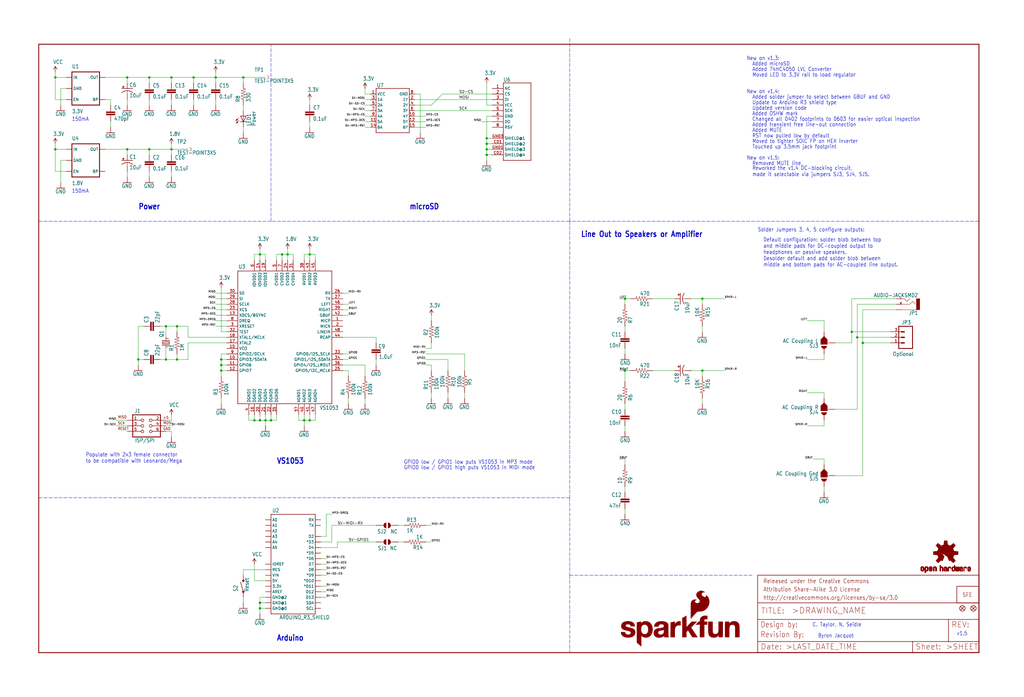
<source format=kicad_sch>
(kicad_sch (version 20211123) (generator eeschema)
  (paper "User" 470.306 320.243)
  (lib_symbols
    (symbol "schematicEagle-eagle-import:0.1UF-25V(+80{slash}-20%)(0603)"
      (property "Reference" "C" (at 1.524 2.921 0))
      (property "Value" "0.1UF-25V(+80{slash}-20%)(0603)" (at 1.524 -2.159 0))
      (symbol "0.1UF-25V(+80{slash}-20%)(0603)_1_0"
        (pin passive line (at 0 5.08 270) (length 2.54) (name "1") (number "1"))
        (pin passive line (at 0 -2.54 90) (length 2.54) (name "2") (number "2"))
      )
    )
    (symbol "schematicEagle-eagle-import:1.0UF-16V-10%(0603)"
      (property "Reference" "C" (at 1.524 2.921 0))
      (property "Value" "1.0UF-16V-10%(0603)" (at 1.524 -2.159 0))
      (symbol "1.0UF-16V-10%(0603)_1_0"
        (pin passive line (at 0 5.08 270) (length 2.54) (name "1") (number "1"))
        (pin passive line (at 0 -2.54 90) (length 2.54) (name "2") (number "2"))
      )
    )
    (symbol "schematicEagle-eagle-import:1.8V" (power)
      (property "Value" "1.8V" (at -1.016 3.556 0))
      (symbol "1.8V_1_0"
        (pin power_in line (at 0 0 90) (length 2.54) (name "1.8V") (number "1"))
      )
    )
    (symbol "schematicEagle-eagle-import:100KOHM1{slash}10W1%(0603)"
      (property "Reference" "R" (at -3.81 1.4986 0))
      (property "Value" "100KOHM1{slash}10W1%(0603)" (at -3.81 -3.302 0))
      (symbol "100KOHM1{slash}10W1%(0603)_1_0"
        (pin passive line (at -5.08 0 0) (length 2.54) (name "1") (number "1"))
        (pin passive line (at 5.08 0 180) (length 2.54) (name "2") (number "2"))
      )
    )
    (symbol "schematicEagle-eagle-import:10KOHM1{slash}10W1%(0603)0603"
      (property "Reference" "R" (at -3.81 1.4986 0))
      (property "Value" "10KOHM1{slash}10W1%(0603)0603" (at -3.81 -3.302 0))
      (symbol "10KOHM1{slash}10W1%(0603)0603_1_0"
        (pin passive line (at -5.08 0 0) (length 2.54) (name "1") (number "1"))
        (pin passive line (at 5.08 0 180) (length 2.54) (name "2") (number "2"))
      )
    )
    (symbol "schematicEagle-eagle-import:10NF{slash}10000PF-50V-10%(0603)"
      (property "Reference" "C" (at 1.524 2.921 0))
      (property "Value" "10NF{slash}10000PF-50V-10%(0603)" (at 1.524 -2.159 0))
      (symbol "10NF{slash}10000PF-50V-10%(0603)_1_0"
        (pin passive line (at 0 5.08 270) (length 2.54) (name "1") (number "1"))
        (pin passive line (at 0 -2.54 90) (length 2.54) (name "2") (number "2"))
      )
    )
    (symbol "schematicEagle-eagle-import:10OHM1{slash}10W5%0603SMD"
      (property "Reference" "R" (at -3.81 1.4986 0))
      (property "Value" "10OHM1{slash}10W5%0603SMD" (at -3.81 -3.302 0))
      (symbol "10OHM1{slash}10W5%0603SMD_1_0"
        (pin passive line (at -5.08 0 0) (length 2.54) (name "1") (number "1"))
        (pin passive line (at 5.08 0 180) (length 2.54) (name "2") (number "2"))
      )
    )
    (symbol "schematicEagle-eagle-import:10UF-16V-10%(TANT)"
      (property "Reference" "C" (at 1.016 0.635 0))
      (property "Value" "10UF-16V-10%(TANT)" (at 1.016 -4.191 0))
      (symbol "10UF-16V-10%(TANT)_1_0"
        (pin passive line (at 0 2.54 270) (length 2.54) (name "+") (number "A"))
        (pin passive line (at 0 -5.08 90) (length 2.54) (name "-") (number "C"))
      )
    )
    (symbol "schematicEagle-eagle-import:1KOHM1{slash}10W1%(0603)"
      (property "Reference" "R" (at -3.81 1.4986 0))
      (property "Value" "1KOHM1{slash}10W1%(0603)" (at -3.81 -3.302 0))
      (symbol "1KOHM1{slash}10W1%(0603)_1_0"
        (pin passive line (at -5.08 0 0) (length 2.54) (name "1") (number "1"))
        (pin passive line (at 5.08 0 180) (length 2.54) (name "2") (number "2"))
      )
    )
    (symbol "schematicEagle-eagle-import:1M-1%"
      (property "Reference" "R" (at -3.81 1.4986 0))
      (property "Value" "1M-1%" (at -3.81 -3.302 0))
      (symbol "1M-1%_1_0"
        (pin passive line (at -5.08 0 0) (length 2.54) (name "1") (number "1"))
        (pin passive line (at 5.08 0 180) (length 2.54) (name "2") (number "2"))
      )
    )
    (symbol "schematicEagle-eagle-import:20OHM1{slash}10W1%(0603)SMD"
      (property "Reference" "R" (at -3.81 1.4986 0))
      (property "Value" "20OHM1{slash}10W1%(0603)SMD" (at -3.81 -3.302 0))
      (symbol "20OHM1{slash}10W1%(0603)SMD_1_0"
        (pin passive line (at -5.08 0 0) (length 2.54) (name "1") (number "1"))
        (pin passive line (at 5.08 0 180) (length 2.54) (name "2") (number "2"))
      )
    )
    (symbol "schematicEagle-eagle-import:22PF-50V-5%(0603)"
      (property "Reference" "C" (at 1.524 2.921 0))
      (property "Value" "22PF-50V-5%(0603)" (at 1.524 -2.159 0))
      (symbol "22PF-50V-5%(0603)_1_0"
        (pin passive line (at 0 5.08 270) (length 2.54) (name "1") (number "1"))
        (pin passive line (at 0 -2.54 90) (length 2.54) (name "2") (number "2"))
      )
    )
    (symbol "schematicEagle-eagle-import:3.3V" (power)
      (property "Value" "3.3V" (at -1.016 3.556 0))
      (symbol "3.3V_1_0"
        (pin power_in line (at 0 0 90) (length 2.54) (name "3.3V") (number "1"))
      )
    )
    (symbol "schematicEagle-eagle-import:330OHM1{slash}10W1%(0603)"
      (property "Reference" "R" (at -3.81 1.4986 0))
      (property "Value" "330OHM1{slash}10W1%(0603)" (at -3.81 -3.302 0))
      (symbol "330OHM1{slash}10W1%(0603)_1_0"
        (pin passive line (at -5.08 0 0) (length 2.54) (name "1") (number "1"))
        (pin passive line (at 5.08 0 180) (length 2.54) (name "2") (number "2"))
      )
    )
    (symbol "schematicEagle-eagle-import:470OHM1{slash}10W1%(0603)"
      (property "Reference" "R" (at -3.81 1.4986 0))
      (property "Value" "470OHM1{slash}10W1%(0603)" (at -3.81 -3.302 0))
      (symbol "470OHM1{slash}10W1%(0603)_1_0"
        (pin passive line (at -5.08 0 0) (length 2.54) (name "1") (number "1"))
        (pin passive line (at 5.08 0 180) (length 2.54) (name "2") (number "2"))
      )
    )
    (symbol "schematicEagle-eagle-import:470PF-50V-5%(0603)SMD"
      (property "Reference" "C" (at 1.524 2.921 0))
      (property "Value" "470PF-50V-5%(0603)SMD" (at 1.524 -2.159 0))
      (symbol "470PF-50V-5%(0603)SMD_1_0"
        (pin passive line (at 0 5.08 270) (length 2.54) (name "1") (number "1"))
        (pin passive line (at 0 -2.54 90) (length 2.54) (name "2") (number "2"))
      )
    )
    (symbol "schematicEagle-eagle-import:47NF(0.047UF{slash}47000PF)-25V-5%(0603)SMD"
      (property "Reference" "C" (at 1.524 2.921 0))
      (property "Value" "47NF(0.047UF{slash}47000PF)-25V-5%(0603)SMD" (at 1.524 -2.159 0))
      (symbol "47NF(0.047UF{slash}47000PF)-25V-5%(0603)SMD_1_0"
        (pin passive line (at 0 5.08 270) (length 2.54) (name "1") (number "1"))
        (pin passive line (at 0 -2.54 90) (length 2.54) (name "2") (number "2"))
      )
    )
    (symbol "schematicEagle-eagle-import:ARDUINO_R3_SHIELD"
      (property "Value" "ARDUINO_R3_SHIELD" (at -6.35 -27.94 0))
      (symbol "ARDUINO_R3_SHIELD_1_0"
        (pin bidirectional line (at -12.7 -12.7 0) (length 2.54) (name "3.3V") (number "3.3V"))
        (pin bidirectional line (at -12.7 -10.16 0) (length 2.54) (name "5V") (number "5V"))
        (pin bidirectional line (at -12.7 17.78 0) (length 2.54) (name "A0") (number "A0"))
        (pin bidirectional line (at -12.7 15.24 0) (length 2.54) (name "A1") (number "A1"))
        (pin bidirectional line (at -12.7 12.7 0) (length 2.54) (name "A2") (number "A2"))
        (pin bidirectional line (at -12.7 10.16 0) (length 2.54) (name "A3") (number "A3"))
        (pin bidirectional line (at -12.7 7.62 0) (length 2.54) (name "A4") (number "A4"))
        (pin bidirectional line (at -12.7 5.08 0) (length 2.54) (name "A5") (number "A5"))
        (pin bidirectional line (at -12.7 -15.24 0) (length 2.54) (name "AREF") (number "AREF"))
        (pin bidirectional line (at 12.7 -10.16 180) (length 2.54) (name "*D10") (number "D10"))
        (pin bidirectional line (at 12.7 -12.7 180) (length 2.54) (name "*D11") (number "D11"))
        (pin bidirectional line (at 12.7 -15.24 180) (length 2.54) (name "D12") (number "D12"))
        (pin bidirectional line (at 12.7 -17.78 180) (length 2.54) (name "D13") (number "D13"))
        (pin bidirectional line (at 12.7 10.16 180) (length 2.54) (name "D2") (number "D2"))
        (pin bidirectional line (at 12.7 7.62 180) (length 2.54) (name "*D3") (number "D3"))
        (pin bidirectional line (at 12.7 5.08 180) (length 2.54) (name "D4") (number "D4"))
        (pin bidirectional line (at 12.7 2.54 180) (length 2.54) (name "*D5") (number "D5"))
        (pin bidirectional line (at 12.7 0 180) (length 2.54) (name "*D6") (number "D6"))
        (pin bidirectional line (at 12.7 -2.54 180) (length 2.54) (name "D7") (number "D7"))
        (pin bidirectional line (at 12.7 -5.08 180) (length 2.54) (name "D8") (number "D8"))
        (pin bidirectional line (at 12.7 -7.62 180) (length 2.54) (name "*D9") (number "D9"))
        (pin bidirectional line (at -12.7 -22.86 0) (length 2.54) (name "GND@0") (number "GND@0"))
        (pin bidirectional line (at -12.7 -20.32 0) (length 2.54) (name "GND@1") (number "GND@1"))
        (pin bidirectional line (at -12.7 -17.78 0) (length 2.54) (name "GND@2") (number "GND@2"))
        (pin bidirectional line (at -12.7 -2.54 0) (length 2.54) (name "IOREF") (number "IOREF"))
        (pin bidirectional line (at -12.7 -5.08 0) (length 2.54) (name "RES") (number "RES"))
        (pin bidirectional line (at 12.7 17.78 180) (length 2.54) (name "RX") (number "RX"))
        (pin bidirectional line (at 12.7 -22.86 180) (length 2.54) (name "SCL") (number "SCL"))
        (pin bidirectional line (at 12.7 -20.32 180) (length 2.54) (name "SDA") (number "SDA"))
        (pin bidirectional line (at 12.7 15.24 180) (length 2.54) (name "TX") (number "TX"))
        (pin bidirectional line (at -12.7 -7.62 0) (length 2.54) (name "VIN") (number "VIN"))
      )
    )
    (symbol "schematicEagle-eagle-import:AUDIO-JACKSMD2"
      (property "Reference" "JP" (at -5.08 3.048 0))
      (property "Value" "AUDIO-JACKSMD2" (at -5.08 -5.08 0))
      (symbol "AUDIO-JACKSMD2_1_0"
        (text "L" (at 2.286 -2.286 0) (effects (font (size 1.016 0.8636) (thickness 0.1727) bold) (justify left bottom)))
        (text "R" (at 2.286 0.254 0) (effects (font (size 1.016 0.8636) (thickness 0.1727) bold) (justify left bottom)))
        (pin bidirectional line (at 5.08 0 180) (length 2.54) (name "RIGHT") (number "RING"))
        (pin bidirectional line (at 5.08 2.54 180) (length 2.54) (name "SLEEVE") (number "SLEEVE"))
        (pin bidirectional line (at 5.08 -2.54 180) (length 2.54) (name "LEFT") (number "TIP"))
      )
    )
    (symbol "schematicEagle-eagle-import:AVR_SPI_PRG_6PTH"
      (property "Reference" "J" (at -4.318 5.842 0))
      (property "Value" "AVR_SPI_PRG_6PTH" (at -4.064 -7.62 0))
      (symbol "AVR_SPI_PRG_6PTH_1_0"
        (text "+5" (at 8.89 3.048 0) (effects (font (size 1.27 1.0795)) (justify left bottom)))
        (text "GND" (at 8.89 -2.032 0) (effects (font (size 1.27 1.0795)) (justify left bottom)))
        (text "MISO" (at -11.938 3.302 0) (effects (font (size 1.27 1.0795)) (justify left bottom)))
        (text "MOSI" (at 8.89 0.635 0) (effects (font (size 1.27 1.0795)) (justify left bottom)))
        (text "RESET" (at -11.938 -2.032 0) (effects (font (size 1.27 1.0795)) (justify left bottom)))
        (text "SCK" (at -11.938 0.508 0) (effects (font (size 1.27 1.0795)) (justify left bottom)))
        (pin passive inverted (at -7.62 2.54 0) (length 7.62) (name "1") (number "1"))
        (pin passive inverted (at 10.16 2.54 180) (length 7.62) (name "2") (number "2"))
        (pin passive inverted (at -7.62 0 0) (length 7.62) (name "3") (number "3"))
        (pin passive inverted (at 10.16 0 180) (length 7.62) (name "4") (number "4"))
        (pin passive inverted (at -7.62 -2.54 0) (length 7.62) (name "5") (number "5"))
        (pin passive inverted (at 10.16 -2.54 180) (length 7.62) (name "6") (number "6"))
      )
    )
    (symbol "schematicEagle-eagle-import:CRYSTAL5X3"
      (property "Reference" "Y" (at 2.54 1.016 0))
      (property "Value" "CRYSTAL5X3" (at 2.54 -2.54 0))
      (symbol "CRYSTAL5X3_1_0"
        (text "1" (at -2.159 -1.143 0) (effects (font (size 0.8636 0.734)) (justify left bottom)))
        (text "2" (at 1.524 -1.143 0) (effects (font (size 0.8636 0.734)) (justify left bottom)))
        (pin passive line (at -2.54 0 0) (length 0) (name "1") (number "1"))
        (pin passive line (at 2.54 0 180) (length 0) (name "2") (number "3"))
      )
    )
    (symbol "schematicEagle-eagle-import:FIDUCIAL1X2")
    (symbol "schematicEagle-eagle-import:FRAME-LEDGER"
      (symbol "FRAME-LEDGER_2_0"
        (text ">DRAWING_NAME" (at 15.494 17.78 0) (effects (font (size 2.7432 2.7432)) (justify left bottom)))
        (text ">LAST_DATE_TIME" (at 12.7 1.27 0) (effects (font (size 2.54 2.54)) (justify left bottom)))
        (text ">SHEET" (at 86.36 1.27 0) (effects (font (size 2.54 2.54)) (justify left bottom)))
        (text "Attribution Share-Alike 3.0 License" (at 2.54 27.94 0) (effects (font (size 1.9304 1.6408)) (justify left bottom)))
        (text "Date:" (at 1.27 1.27 0) (effects (font (size 2.54 2.54)) (justify left bottom)))
        (text "Design by:" (at 1.27 11.43 0) (effects (font (size 2.54 2.159)) (justify left bottom)))
        (text "http://creativecommons.org/licenses/by-sa/3.0" (at 2.54 24.13 0) (effects (font (size 1.9304 1.6408)) (justify left bottom)))
        (text "Released under the Creative Commons" (at 2.54 31.75 0) (effects (font (size 1.9304 1.6408)) (justify left bottom)))
        (text "REV:" (at 88.9 11.43 0) (effects (font (size 2.54 2.54)) (justify left bottom)))
        (text "Sheet:" (at 72.39 1.27 0) (effects (font (size 2.54 2.54)) (justify left bottom)))
        (text "TITLE:" (at 1.524 17.78 0) (effects (font (size 2.54 2.54)) (justify left bottom)))
      )
    )
    (symbol "schematicEagle-eagle-import:GND" (power)
      (property "Value" "GND" (at -2.54 -2.54 0))
      (symbol "GND_1_0"
        (pin power_in line (at 0 2.54 270) (length 2.54) (name "GND") (number "1"))
      )
    )
    (symbol "schematicEagle-eagle-import:HEX_CONVERTER"
      (property "Reference" "U" (at -7.62 10.16 0))
      (property "Value" "HEX_CONVERTER" (at -7.62 -12.7 0))
      (symbol "HEX_CONVERTER_1_0"
        (pin bidirectional line (at -10.16 7.62 0) (length 2.54) (name "VCC") (number "1"))
        (pin bidirectional line (at 10.16 -2.54 180) (length 2.54) (name "4Y") (number "10"))
        (pin bidirectional line (at -10.16 -5.08 0) (length 2.54) (name "5A") (number "11"))
        (pin bidirectional line (at 10.16 -5.08 180) (length 2.54) (name "5Y") (number "12"))
        (pin bidirectional line (at -10.16 -7.62 0) (length 2.54) (name "6A") (number "14"))
        (pin bidirectional line (at 10.16 -7.62 180) (length 2.54) (name "6Y") (number "15"))
        (pin bidirectional line (at 10.16 5.08 180) (length 2.54) (name "1Y") (number "2"))
        (pin bidirectional line (at -10.16 5.08 0) (length 2.54) (name "1A") (number "3"))
        (pin bidirectional line (at 10.16 2.54 180) (length 2.54) (name "2Y") (number "4"))
        (pin bidirectional line (at -10.16 2.54 0) (length 2.54) (name "2A") (number "5"))
        (pin bidirectional line (at 10.16 0 180) (length 2.54) (name "3Y") (number "6"))
        (pin bidirectional line (at -10.16 0 0) (length 2.54) (name "3A") (number "7"))
        (pin bidirectional line (at 10.16 7.62 180) (length 2.54) (name "GND") (number "8"))
        (pin bidirectional line (at -10.16 -2.54 0) (length 2.54) (name "4A") (number "9"))
      )
    )
    (symbol "schematicEagle-eagle-import:JUMPER-PAD-3-2OF3_NC_BY_PASTE"
      (property "Reference" "SJ" (at 2.54 0.381 0))
      (property "Value" "JUMPER-PAD-3-2OF3_NC_BY_PASTE" (at 2.54 -1.905 0))
      (symbol "JUMPER-PAD-3-2OF3_NC_BY_PASTE_1_0"
        (pin passive line (at 0 5.08 270) (length 2.54) (name "1") (number "1"))
        (pin passive line (at -5.08 0 0) (length 2.54) (name "2") (number "2"))
        (pin passive line (at 0 -5.08 90) (length 2.54) (name "3") (number "3"))
      )
    )
    (symbol "schematicEagle-eagle-import:LED-RED0603"
      (property "Reference" "D" (at 3.556 -4.572 90))
      (property "Value" "LED-RED0603" (at 5.715 -4.572 90))
      (symbol "LED-RED0603_1_0"
        (pin passive line (at 0 2.54 270) (length 2.54) (name "A") (number "A"))
        (pin passive line (at 0 -5.08 90) (length 2.54) (name "C") (number "C"))
      )
    )
    (symbol "schematicEagle-eagle-import:LOGO-SFENEW"
      (symbol "LOGO-SFENEW_1_0"
        (text "SFE" (at 0 0 0) (effects (font (size 1.9304 1.6408)) (justify left bottom)))
      )
    )
    (symbol "schematicEagle-eagle-import:M03PTH"
      (property "Reference" "JP" (at -2.54 5.842 0))
      (property "Value" "M03PTH" (at -2.54 -7.62 0))
      (symbol "M03PTH_1_0"
        (pin passive line (at 7.62 -2.54 180) (length 5.08) (name "1") (number "1"))
        (pin passive line (at 7.62 0 180) (length 5.08) (name "2") (number "2"))
        (pin passive line (at 7.62 2.54 180) (length 5.08) (name "3") (number "3"))
      )
    )
    (symbol "schematicEagle-eagle-import:OSHW-LOGOS")
    (symbol "schematicEagle-eagle-import:REVISION"
      (symbol "REVISION_1_0"
        (text "Revision By: " (at 0 0 0) (effects (font (size 2.54 2.159)) (justify left bottom)))
      )
    )
    (symbol "schematicEagle-eagle-import:SFE_LOGO_NAME_FLAME.1_INCH")
    (symbol "schematicEagle-eagle-import:SOLDERJUMPERTRACE"
      (property "Reference" "SJ" (at -2.54 2.54 0))
      (property "Value" "SOLDERJUMPERTRACE" (at -2.54 -5.08 0))
      (symbol "SOLDERJUMPERTRACE_1_0"
        (pin passive line (at -5.08 0 0) (length 2.54) (name "1") (number "1"))
        (pin passive line (at 5.08 0 180) (length 2.54) (name "2") (number "2"))
      )
    )
    (symbol "schematicEagle-eagle-import:SWITCH-MOMENTARY-2SMD"
      (property "Reference" "S" (at -2.54 2.54 0))
      (property "Value" "SWITCH-MOMENTARY-2SMD" (at -2.54 -2.54 0))
      (symbol "SWITCH-MOMENTARY-2SMD_1_0"
        (pin passive line (at -5.08 0 0) (length 2.54) (name "1") (number "1"))
        (pin passive line (at 5.08 0 180) (length 2.54) (name "2") (number "3"))
      )
    )
    (symbol "schematicEagle-eagle-import:TEST-POINT3X5"
      (property "Reference" "TP" (at -2.54 2.54 0))
      (property "Value" "TEST-POINT3X5" (at -2.54 -2.54 0))
      (symbol "TEST-POINT3X5_1_0"
        (pin bidirectional line (at 0 0 180) (length 0) (name "1") (number "P$1"))
      )
    )
    (symbol "schematicEagle-eagle-import:USD-SOCKETNEW"
      (property "Reference" "U" (at -2.54 15.748 0))
      (property "Value" "USD-SOCKETNEW" (at -2.54 -22.86 0))
      (symbol "USD-SOCKETNEW_1_0"
        (pin bidirectional line (at -7.62 12.7 0) (length 5.08) (name "NC") (number "1"))
        (pin bidirectional line (at -7.62 10.16 0) (length 5.08) (name "CS") (number "2"))
        (pin bidirectional line (at -7.62 7.62 0) (length 5.08) (name "DI") (number "3"))
        (pin bidirectional line (at -7.62 5.08 0) (length 5.08) (name "VCC") (number "4"))
        (pin bidirectional line (at -7.62 2.54 0) (length 5.08) (name "SCK") (number "5"))
        (pin bidirectional line (at -7.62 0 0) (length 5.08) (name "GND") (number "6"))
        (pin bidirectional line (at -7.62 -2.54 0) (length 5.08) (name "DO") (number "7"))
        (pin bidirectional line (at -7.62 -5.08 0) (length 5.08) (name "RSV") (number "8"))
        (pin bidirectional line (at -7.62 -12.7 0) (length 5.08) (name "SHIELD@2") (number "CD1"))
        (pin bidirectional line (at -7.62 -17.78 0) (length 5.08) (name "SHIELD@4") (number "CD2"))
        (pin bidirectional line (at -7.62 -15.24 0) (length 5.08) (name "SHIELD@3") (number "GND1"))
        (pin bidirectional line (at -7.62 -10.16 0) (length 5.08) (name "SHIELD@1") (number "GND3"))
      )
    )
    (symbol "schematicEagle-eagle-import:VCC" (power)
      (property "Value" "VCC" (at -1.016 3.556 0))
      (symbol "VCC_1_0"
        (pin power_in line (at 0 0 90) (length 2.54) (name "VCC") (number "1"))
      )
    )
    (symbol "schematicEagle-eagle-import:VS1033{slash}1053SMD"
      (property "Reference" "U" (at -20.32 31.242 0))
      (property "Value" "VS1033{slash}1053SMD" (at -20.32 -33.02 0))
      (symbol "VS1033{slash}1053SMD_1_0"
        (pin bidirectional line (at 27.94 7.62 180) (length 5.08) (name "MICP") (number "1"))
        (pin bidirectional line (at -25.4 -10.16 0) (length 5.08) (name "GPIO3/SDATA") (number "10"))
        (pin bidirectional line (at -25.4 -12.7 0) (length 5.08) (name "GPIO6") (number "11"))
        (pin bidirectional line (at -25.4 -15.24 0) (length 5.08) (name "GPIO7") (number "12"))
        (pin bidirectional line (at -25.4 10.16 0) (length 5.08) (name "XDCS/BSYNC") (number "13"))
        (pin bidirectional line (at -10.16 35.56 270) (length 5.08) (name "IOVDD2") (number "14"))
        (pin bidirectional line (at -25.4 -5.08 0) (length 5.08) (name "VCO") (number "15"))
        (pin bidirectional line (at -12.7 -35.56 90) (length 5.08) (name "DGND2") (number "16"))
        (pin bidirectional line (at -25.4 -2.54 0) (length 5.08) (name "XTAL2") (number "17"))
        (pin bidirectional line (at -25.4 0 0) (length 5.08) (name "XTAL1/MCLK") (number "18"))
        (pin bidirectional line (at -7.62 35.56 270) (length 5.08) (name "IOVDD3") (number "19"))
        (pin bidirectional line (at 27.94 5.08 180) (length 5.08) (name "MICN") (number "2"))
        (pin bidirectional line (at -10.16 -35.56 90) (length 5.08) (name "DGND3") (number "20"))
        (pin bidirectional line (at -7.62 -35.56 90) (length 5.08) (name "DGND4") (number "21"))
        (pin bidirectional line (at -5.08 -35.56 90) (length 5.08) (name "DGND5") (number "22"))
        (pin bidirectional line (at -25.4 12.7 0) (length 5.08) (name "XCS") (number "23"))
        (pin bidirectional line (at 2.54 35.56 270) (length 5.08) (name "CVDD3") (number "24"))
        (pin bidirectional line (at 27.94 -15.24 180) (length 5.08) (name "GPIO5/I2C_MCLK") (number "25"))
        (pin bidirectional line (at 27.94 20.32 180) (length 5.08) (name "RX") (number "26"))
        (pin bidirectional line (at 27.94 17.78 180) (length 5.08) (name "TX") (number "27"))
        (pin bidirectional line (at -25.4 15.24 0) (length 5.08) (name "SCLK") (number "28"))
        (pin bidirectional line (at -25.4 17.78 0) (length 5.08) (name "SI") (number "29"))
        (pin bidirectional line (at -25.4 5.08 0) (length 5.08) (name "XRESET") (number "3"))
        (pin bidirectional line (at -25.4 20.32 0) (length 5.08) (name "S0") (number "30"))
        (pin bidirectional line (at 5.08 35.56 270) (length 5.08) (name "CVDD4") (number "31"))
        (pin bidirectional line (at -25.4 2.54 0) (length 5.08) (name "TEST") (number "32"))
        (pin bidirectional line (at 27.94 -7.62 180) (length 5.08) (name "GPIO0/I2S_SCLK") (number "33"))
        (pin bidirectional line (at 27.94 -10.16 180) (length 5.08) (name "GPIO1/I2S_SDATA") (number "34"))
        (pin bidirectional line (at -2.54 -35.56 90) (length 5.08) (name "DGND6") (number "35"))
        (pin bidirectional line (at 27.94 -12.7 180) (length 5.08) (name "GPIO4/I2S_LROUT") (number "36"))
        (pin bidirectional line (at 7.62 -35.56 90) (length 5.08) (name "AGND1") (number "37"))
        (pin bidirectional line (at 10.16 35.56 270) (length 5.08) (name "AVDD1") (number "38"))
        (pin bidirectional line (at 27.94 12.7 180) (length 5.08) (name "RIGHT") (number "39"))
        (pin bidirectional line (at -15.24 -35.56 90) (length 5.08) (name "DGND1") (number "4"))
        (pin bidirectional line (at 10.16 -35.56 90) (length 5.08) (name "AGND2") (number "40"))
        (pin bidirectional line (at 12.7 -35.56 90) (length 5.08) (name "AGND3") (number "41"))
        (pin bidirectional line (at 27.94 10.16 180) (length 5.08) (name "GBUF") (number "42"))
        (pin bidirectional line (at 12.7 35.56 270) (length 5.08) (name "AVDD2") (number "43"))
        (pin bidirectional line (at 27.94 0 180) (length 5.08) (name "RCAP") (number "44"))
        (pin bidirectional line (at 15.24 35.56 270) (length 5.08) (name "AVDD3") (number "45"))
        (pin bidirectional line (at 27.94 15.24 180) (length 5.08) (name "LEFT") (number "46"))
        (pin bidirectional line (at 15.24 -35.56 90) (length 5.08) (name "AGND4") (number "47"))
        (pin bidirectional line (at 27.94 2.54 180) (length 5.08) (name "LINEIN") (number "48"))
        (pin bidirectional line (at -2.54 35.56 270) (length 5.08) (name "CVDD1") (number "5"))
        (pin bidirectional line (at -12.7 35.56 270) (length 5.08) (name "IOVDD1") (number "6"))
        (pin bidirectional line (at 0 35.56 270) (length 5.08) (name "CVDD2") (number "7"))
        (pin bidirectional line (at -25.4 7.62 0) (length 5.08) (name "DREQ") (number "8"))
        (pin bidirectional line (at -25.4 -7.62 0) (length 5.08) (name "GPIO2/DCLK") (number "9"))
      )
    )
    (symbol "schematicEagle-eagle-import:V_REG_MIC52053.3V"
      (property "Value" "V_REG_MIC52053.3V" (at -7.62 -11.43 0))
      (symbol "V_REG_MIC52053.3V_1_0"
        (pin input line (at -10.16 5.08 0) (length 2.54) (name "IN") (number "1"))
        (pin input line (at -10.16 0 0) (length 2.54) (name "GND") (number "2"))
        (pin input line (at -10.16 -5.08 0) (length 2.54) (name "EN") (number "3"))
        (pin input line (at 7.62 -5.08 180) (length 2.54) (name "BP") (number "4"))
        (pin passive line (at 7.62 5.08 180) (length 2.54) (name "OUT") (number "5"))
      )
    )
    (symbol "schematicEagle-eagle-import:V_REG_SP62141.8V"
      (property "Value" "V_REG_SP62141.8V" (at -7.62 -11.43 0))
      (symbol "V_REG_SP62141.8V_1_0"
        (pin input line (at -10.16 5.08 0) (length 2.54) (name "IN") (number "1"))
        (pin input line (at -10.16 0 0) (length 2.54) (name "GND") (number "2"))
        (pin input line (at -10.16 -5.08 0) (length 2.54) (name "EN") (number "3"))
        (pin input line (at 7.62 -5.08 180) (length 2.54) (name "BP") (number "4"))
        (pin passive line (at 7.62 5.08 180) (length 2.54) (name "OUT") (number "5"))
      )
    )
  )
  (junction (at 223.52 63.5))
  (junction (at 132.08 116.84))
  (junction (at 393.7 154.94))
  (junction (at 322.58 137.16))
  (junction (at 76.2 165.1))
  (junction (at 129.54 116.84))
  (junction (at 81.28 149.86))
  (junction (at 63.5 165.1))
  (junction (at 78.74 35.56))
  (junction (at 119.38 276.86))
  (junction (at 25.4 68.58))
  (junction (at 119.38 116.84))
  (junction (at 223.52 66.04))
  (junction (at 99.06 35.56))
  (junction (at 287.02 137.16))
  (junction (at 111.76 35.56))
  (junction (at 116.84 193.04))
  (junction (at 322.58 170.18))
  (junction (at 124.46 193.04))
  (junction (at 101.6 167.64))
  (junction (at 142.24 116.84))
  (junction (at 223.52 68.58))
  (junction (at 68.58 68.58))
  (junction (at 119.38 279.4))
  (junction (at 88.9 35.56))
  (junction (at 78.74 68.58))
  (junction (at 396.24 157.48))
  (junction (at 121.92 193.04))
  (junction (at 142.24 193.04))
  (junction (at 58.42 35.56))
  (junction (at 81.28 165.1))
  (junction (at 58.42 68.58))
  (junction (at 223.52 71.12))
  (junction (at 101.6 165.1))
  (junction (at 139.7 193.04))
  (junction (at 287.02 170.18))
  (junction (at 68.58 35.56))
  (junction (at 76.2 149.86))
  (junction (at 391.16 152.4))
  (junction (at 119.38 193.04))
  (junction (at 25.4 35.56))
  (junction (at 101.6 170.18))
  (wire (pts (xy 83.82 68.58) (xy 78.74 68.58)))
  (wire (pts (xy 223.52 66.04) (xy 223.52 68.58)))
  (wire (pts (xy 154.94 251.46) (xy 154.94 248.92)))
  (wire (pts (xy 63.5 165.1) (xy 66.04 165.1)))
  (wire (pts (xy 142.24 116.84) (xy 142.24 114.3)))
  (wire (pts (xy 119.38 279.4) (xy 119.38 281.94)))
  (wire (pts (xy 48.26 68.58) (xy 58.42 68.58)))
  (wire (pts (xy 30.48 40.64) (xy 27.94 40.64)))
  (wire (pts (xy 152.4 248.92) (xy 147.32 248.92)))
  (wire (pts (xy 147.32 246.38) (xy 149.86 246.38)))
  (wire (pts (xy 144.78 190.5) (xy 144.78 193.04)))
  (wire (pts (xy 147.32 259.08) (xy 149.86 259.08)))
  (wire (pts (xy 99.06 33.02) (xy 99.06 35.56)))
  (wire (pts (xy 25.4 45.72) (xy 25.4 35.56)))
  (wire (pts (xy 104.14 144.78) (xy 99.06 144.78)))
  (wire (pts (xy 149.86 246.38) (xy 149.86 236.22)))
  (wire (pts (xy 25.4 35.56) (xy 30.48 35.56)))
  (polyline (pts (xy 261.62 101.6) (xy 261.62 228.6)))
  (wire (pts (xy 157.48 165.1) (xy 160.02 165.1)))
  (wire (pts (xy 287.02 160.02) (xy 287.02 162.56)))
  (wire (pts (xy 81.28 149.86) (xy 86.36 149.86)))
  (wire (pts (xy 287.02 195.58) (xy 287.02 198.12)))
  (wire (pts (xy 284.48 170.18) (xy 287.02 170.18)))
  (wire (pts (xy 157.48 134.62) (xy 160.02 134.62)))
  (wire (pts (xy 127 116.84) (xy 129.54 116.84)))
  (polyline (pts (xy 124.46 101.6) (xy 124.46 20.32)))
  (wire (pts (xy 68.58 78.74) (xy 68.58 81.28)))
  (wire (pts (xy 157.48 142.24) (xy 160.02 142.24)))
  (wire (pts (xy 101.6 185.42) (xy 101.6 182.88)))
  (wire (pts (xy 142.24 116.84) (xy 144.78 116.84)))
  (wire (pts (xy 195.58 165.1) (xy 205.74 165.1)))
  (wire (pts (xy 111.76 38.1) (xy 111.76 35.56)))
  (wire (pts (xy 132.08 119.38) (xy 132.08 116.84)))
  (wire (pts (xy 104.14 142.24) (xy 99.06 142.24)))
  (wire (pts (xy 111.76 276.86) (xy 111.76 274.32)))
  (wire (pts (xy 223.52 71.12) (xy 223.52 73.66)))
  (wire (pts (xy 198.12 147.32) (xy 198.12 144.78)))
  (wire (pts (xy 195.58 167.64) (xy 198.12 167.64)))
  (wire (pts (xy 104.14 139.7) (xy 99.06 139.7)))
  (wire (pts (xy 205.74 182.88) (xy 205.74 180.34)))
  (wire (pts (xy 139.7 193.04) (xy 139.7 195.58)))
  (wire (pts (xy 121.92 266.7) (xy 116.84 266.7)))
  (wire (pts (xy 73.66 149.86) (xy 76.2 149.86)))
  (polyline (pts (xy 17.78 228.6) (xy 261.62 228.6)))
  (wire (pts (xy 378.46 226.06) (xy 378.46 223.52)))
  (wire (pts (xy 58.42 45.72) (xy 58.42 48.26)))
  (wire (pts (xy 63.5 149.86) (xy 63.5 165.1)))
  (wire (pts (xy 119.38 116.84) (xy 121.92 116.84)))
  (wire (pts (xy 121.92 190.5) (xy 121.92 193.04)))
  (polyline (pts (xy 261.62 228.6) (xy 261.62 264.16)))
  (wire (pts (xy 167.64 185.42) (xy 167.64 182.88)))
  (wire (pts (xy 408.94 152.4) (xy 391.16 152.4)))
  (wire (pts (xy 86.36 157.48) (xy 86.36 165.1)))
  (wire (pts (xy 170.18 58.42) (xy 167.64 58.42)))
  (wire (pts (xy 139.7 119.38) (xy 139.7 116.84)))
  (polyline (pts (xy 261.62 264.16) (xy 261.62 299.72)))
  (wire (pts (xy 66.04 149.86) (xy 63.5 149.86)))
  (wire (pts (xy 226.06 50.8) (xy 190.5 50.8)))
  (wire (pts (xy 76.2 198.12) (xy 78.74 198.12)))
  (wire (pts (xy 309.88 170.18) (xy 299.72 170.18)))
  (wire (pts (xy 157.48 144.78) (xy 160.02 144.78)))
  (wire (pts (xy 198.12 160.02) (xy 198.12 157.48)))
  (wire (pts (xy 99.06 48.26) (xy 99.06 45.72)))
  (polyline (pts (xy 449.58 101.6) (xy 261.62 101.6)))
  (wire (pts (xy 88.9 35.56) (xy 88.9 38.1)))
  (wire (pts (xy 116.84 193.04) (xy 114.3 193.04)))
  (wire (pts (xy 76.2 154.94) (xy 76.2 149.86)))
  (wire (pts (xy 198.12 182.88) (xy 198.12 180.34)))
  (wire (pts (xy 144.78 193.04) (xy 142.24 193.04)))
  (wire (pts (xy 332.74 170.18) (xy 322.58 170.18)))
  (wire (pts (xy 81.28 152.4) (xy 81.28 149.86)))
  (wire (pts (xy 137.16 193.04) (xy 137.16 190.5)))
  (wire (pts (xy 111.76 35.56) (xy 99.06 35.56)))
  (wire (pts (xy 383.54 187.96) (xy 393.7 187.96)))
  (wire (pts (xy 142.24 58.42) (xy 142.24 55.88)))
  (wire (pts (xy 391.16 137.16) (xy 411.48 137.16)))
  (wire (pts (xy 68.58 68.58) (xy 78.74 68.58)))
  (wire (pts (xy 58.42 193.04) (xy 53.34 193.04)))
  (wire (pts (xy 322.58 172.72) (xy 322.58 170.18)))
  (wire (pts (xy 396.24 157.48) (xy 396.24 142.24)))
  (wire (pts (xy 116.84 119.38) (xy 116.84 116.84)))
  (wire (pts (xy 88.9 35.56) (xy 99.06 35.56)))
  (wire (pts (xy 172.72 241.3) (xy 152.4 241.3)))
  (wire (pts (xy 223.52 53.34) (xy 223.52 63.5)))
  (wire (pts (xy 195.58 162.56) (xy 213.36 162.56)))
  (wire (pts (xy 195.58 160.02) (xy 198.12 160.02)))
  (wire (pts (xy 76.2 160.02) (xy 76.2 165.1)))
  (wire (pts (xy 287.02 233.68) (xy 287.02 236.22)))
  (wire (pts (xy 25.4 68.58) (xy 30.48 68.58)))
  (wire (pts (xy 101.6 167.64) (xy 101.6 170.18)))
  (wire (pts (xy 203.2 43.18) (xy 198.12 48.26)))
  (wire (pts (xy 129.54 119.38) (xy 129.54 116.84)))
  (wire (pts (xy 142.24 193.04) (xy 139.7 193.04)))
  (wire (pts (xy 104.14 162.56) (xy 101.6 162.56)))
  (wire (pts (xy 147.32 274.32) (xy 149.86 274.32)))
  (wire (pts (xy 139.7 116.84) (xy 142.24 116.84)))
  (wire (pts (xy 383.54 157.48) (xy 391.16 157.48)))
  (wire (pts (xy 144.78 116.84) (xy 144.78 119.38)))
  (wire (pts (xy 104.14 134.62) (xy 99.06 134.62)))
  (wire (pts (xy 76.2 149.86) (xy 81.28 149.86)))
  (wire (pts (xy 124.46 190.5) (xy 124.46 193.04)))
  (wire (pts (xy 27.94 40.64) (xy 27.94 48.26)))
  (wire (pts (xy 48.26 45.72) (xy 50.8 45.72)))
  (wire (pts (xy 226.06 48.26) (xy 223.52 48.26)))
  (wire (pts (xy 129.54 116.84) (xy 132.08 116.84)))
  (wire (pts (xy 226.06 68.58) (xy 223.52 68.58)))
  (wire (pts (xy 332.74 137.16) (xy 322.58 137.16)))
  (wire (pts (xy 104.14 149.86) (xy 99.06 149.86)))
  (wire (pts (xy 182.88 248.92) (xy 185.42 248.92)))
  (polyline (pts (xy 17.78 101.6) (xy 124.46 101.6)))
  (wire (pts (xy 147.32 256.54) (xy 149.86 256.54)))
  (wire (pts (xy 119.38 190.5) (xy 119.38 193.04)))
  (wire (pts (xy 104.14 165.1) (xy 101.6 165.1)))
  (wire (pts (xy 127 119.38) (xy 127 116.84)))
  (wire (pts (xy 121.92 261.62) (xy 111.76 261.62)))
  (wire (pts (xy 78.74 35.56) (xy 88.9 35.56)))
  (wire (pts (xy 121.92 193.04) (xy 121.92 195.58)))
  (wire (pts (xy 104.14 137.16) (xy 99.06 137.16)))
  (wire (pts (xy 119.38 114.3) (xy 119.38 116.84)))
  (wire (pts (xy 104.14 167.64) (xy 101.6 167.64)))
  (wire (pts (xy 396.24 142.24) (xy 411.48 142.24)))
  (wire (pts (xy 203.2 43.18) (xy 226.06 43.18)))
  (wire (pts (xy 142.24 48.26) (xy 142.24 45.72)))
  (wire (pts (xy 114.3 193.04) (xy 114.3 190.5)))
  (polyline (pts (xy 261.62 101.6) (xy 261.62 17.78)))
  (wire (pts (xy 287.02 175.26) (xy 287.02 170.18)))
  (wire (pts (xy 78.74 81.28) (xy 78.74 78.74)))
  (wire (pts (xy 396.24 218.44) (xy 396.24 157.48)))
  (wire (pts (xy 121.92 193.04) (xy 119.38 193.04)))
  (wire (pts (xy 86.36 165.1) (xy 81.28 165.1)))
  (wire (pts (xy 119.38 276.86) (xy 119.38 279.4)))
  (wire (pts (xy 393.7 187.96) (xy 393.7 154.94)))
  (wire (pts (xy 226.06 71.12) (xy 223.52 71.12)))
  (wire (pts (xy 170.18 43.18) (xy 167.64 43.18)))
  (wire (pts (xy 172.72 165.1) (xy 172.72 167.64)))
  (wire (pts (xy 104.14 147.32) (xy 99.06 147.32)))
  (wire (pts (xy 213.36 162.56) (xy 213.36 170.18)))
  (wire (pts (xy 391.16 152.4) (xy 391.16 137.16)))
  (wire (pts (xy 172.72 154.94) (xy 172.72 157.48)))
  (wire (pts (xy 124.46 193.04) (xy 121.92 193.04)))
  (wire (pts (xy 226.06 55.88) (xy 220.98 55.88)))
  (wire (pts (xy 76.2 165.1) (xy 73.66 165.1)))
  (wire (pts (xy 127 193.04) (xy 124.46 193.04)))
  (wire (pts (xy 226.06 53.34) (xy 223.52 53.34)))
  (wire (pts (xy 287.02 149.86) (xy 287.02 152.4)))
  (wire (pts (xy 170.18 55.88) (xy 167.64 55.88)))
  (wire (pts (xy 121.92 276.86) (xy 119.38 276.86)))
  (wire (pts (xy 119.38 193.04) (xy 116.84 193.04)))
  (wire (pts (xy 111.76 264.16) (xy 111.76 261.62)))
  (wire (pts (xy 223.52 48.26) (xy 223.52 38.1)))
  (wire (pts (xy 157.48 162.56) (xy 160.02 162.56)))
  (wire (pts (xy 383.54 218.44) (xy 396.24 218.44)))
  (wire (pts (xy 157.48 167.64) (xy 167.64 167.64)))
  (wire (pts (xy 223.52 68.58) (xy 223.52 71.12)))
  (wire (pts (xy 160.02 185.42) (xy 160.02 182.88)))
  (wire (pts (xy 378.46 210.82) (xy 378.46 213.36)))
  (wire (pts (xy 154.94 248.92) (xy 172.72 248.92)))
  (wire (pts (xy 226.06 45.72) (xy 190.5 45.72)))
  (wire (pts (xy 182.88 241.3) (xy 185.42 241.3)))
  (wire (pts (xy 58.42 71.12) (xy 58.42 68.58)))
  (wire (pts (xy 132.08 116.84) (xy 132.08 114.3)))
  (wire (pts (xy 50.8 45.72) (xy 50.8 48.26)))
  (wire (pts (xy 68.58 35.56) (xy 78.74 35.56)))
  (wire (pts (xy 68.58 71.12) (xy 68.58 68.58)))
  (wire (pts (xy 101.6 162.56) (xy 101.6 165.1)))
  (wire (pts (xy 190.5 58.42) (xy 195.58 58.42)))
  (wire (pts (xy 190.5 43.18) (xy 193.04 43.18)))
  (wire (pts (xy 78.74 193.04) (xy 78.74 190.5)))
  (wire (pts (xy 170.18 45.72) (xy 167.64 45.72)))
  (wire (pts (xy 63.5 165.1) (xy 63.5 167.64)))
  (wire (pts (xy 322.58 137.16) (xy 317.5 137.16)))
  (wire (pts (xy 116.84 190.5) (xy 116.84 193.04)))
  (wire (pts (xy 58.42 195.58) (xy 53.34 195.58)))
  (wire (pts (xy 78.74 198.12) (xy 78.74 200.66)))
  (wire (pts (xy 81.28 162.56) (xy 81.28 165.1)))
  (wire (pts (xy 25.4 66.04) (xy 25.4 68.58)))
  (wire (pts (xy 378.46 147.32) (xy 370.84 147.32)))
  (wire (pts (xy 378.46 165.1) (xy 370.84 165.1)))
  (wire (pts (xy 78.74 48.26) (xy 78.74 45.72)))
  (wire (pts (xy 121.92 274.32) (xy 119.38 274.32)))
  (wire (pts (xy 170.18 48.26) (xy 167.64 48.26)))
  (wire (pts (xy 76.2 193.04) (xy 78.74 193.04)))
  (wire (pts (xy 25.4 78.74) (xy 30.48 78.74)))
  (wire (pts (xy 78.74 66.04) (xy 78.74 68.58)))
  (wire (pts (xy 198.12 170.18) (xy 198.12 167.64)))
  (wire (pts (xy 25.4 68.58) (xy 25.4 78.74)))
  (wire (pts (xy 121.92 279.4) (xy 119.38 279.4)))
  (wire (pts (xy 50.8 58.42) (xy 50.8 55.88)))
  (wire (pts (xy 378.46 180.34) (xy 370.84 180.34)))
  (wire (pts (xy 378.46 182.88) (xy 378.46 180.34)))
  (wire (pts (xy 142.24 190.5) (xy 142.24 193.04)))
  (wire (pts (xy 88.9 48.26) (xy 88.9 45.72)))
  (wire (pts (xy 58.42 78.74) (xy 58.42 81.28)))
  (wire (pts (xy 193.04 43.18) (xy 193.04 60.96)))
  (wire (pts (xy 198.12 48.26) (xy 190.5 48.26)))
  (wire (pts (xy 58.42 35.56) (xy 68.58 35.56)))
  (wire (pts (xy 30.48 45.72) (xy 25.4 45.72)))
  (wire (pts (xy 139.7 190.5) (xy 139.7 193.04)))
  (wire (pts (xy 157.48 139.7) (xy 160.02 139.7)))
  (wire (pts (xy 167.64 50.8) (xy 170.18 50.8)))
  (wire (pts (xy 287.02 213.36) (xy 287.02 210.82)))
  (wire (pts (xy 25.4 35.56) (xy 25.4 33.02)))
  (wire (pts (xy 287.02 137.16) (xy 289.56 137.16)))
  (wire (pts (xy 48.26 35.56) (xy 58.42 35.56)))
  (wire (pts (xy 104.14 152.4) (xy 101.6 152.4)))
  (wire (pts (xy 152.4 241.3) (xy 152.4 248.92)))
  (wire (pts (xy 104.14 170.18) (xy 101.6 170.18)))
  (wire (pts (xy 195.58 248.92) (xy 198.12 248.92)))
  (wire (pts (xy 116.84 259.08) (xy 116.84 266.7)))
  (wire (pts (xy 378.46 195.58) (xy 378.46 193.04)))
  (wire (pts (xy 287.02 223.52) (xy 287.02 226.06)))
  (wire (pts (xy 119.38 274.32) (xy 119.38 276.86)))
  (wire (pts (xy 30.48 73.66) (xy 27.94 73.66)))
  (wire (pts (xy 226.06 63.5) (xy 223.52 63.5)))
  (wire (pts (xy 195.58 241.3) (xy 198.12 241.3)))
  (wire (pts (xy 101.6 152.4) (xy 101.6 132.08)))
  (wire (pts (xy 101.6 165.1) (xy 101.6 167.64)))
  (wire (pts (xy 167.64 43.18) (xy 167.64 40.64)))
  (wire (pts (xy 299.72 137.16) (xy 309.88 137.16)))
  (wire (pts (xy 149.86 236.22) (xy 152.4 236.22)))
  (wire (pts (xy 139.7 193.04) (xy 137.16 193.04)))
  (wire (pts (xy 147.32 251.46) (xy 154.94 251.46)))
  (wire (pts (xy 142.24 119.38) (xy 142.24 116.84)))
  (wire (pts (xy 170.18 53.34) (xy 167.64 53.34)))
  (wire (pts (xy 104.14 157.48) (xy 86.36 157.48)))
  (wire (pts (xy 393.7 139.7) (xy 411.48 139.7)))
  (wire (pts (xy 132.08 116.84) (xy 134.62 116.84)))
  (wire (pts (xy 147.32 271.78) (xy 149.86 271.78)))
  (wire (pts (xy 86.36 149.86) (xy 86.36 154.94)))
  (polyline (pts (xy 261.62 264.16) (xy 345.44 264.16)))
  (wire (pts (xy 322.58 139.7) (xy 322.58 137.16)))
  (wire (pts (xy 81.28 165.1) (xy 76.2 165.1)))
  (wire (pts (xy 391.16 157.48) (xy 391.16 152.4)))
  (wire (pts (xy 167.64 167.64) (xy 167.64 172.72)))
  (wire (pts (xy 147.32 261.62) (xy 149.86 261.62)))
  (wire (pts (xy 322.58 170.18) (xy 317.5 170.18)))
  (wire (pts (xy 378.46 152.4) (xy 378.46 147.32)))
  (wire (pts (xy 160.02 172.72) (xy 160.02 170.18)))
  (wire (pts (xy 322.58 152.4) (xy 322.58 149.86)))
  (wire (pts (xy 287.02 210.82) (xy 284.48 210.82)))
  (wire (pts (xy 213.36 182.88) (xy 213.36 180.34)))
  (wire (pts (xy 157.48 154.94) (xy 172.72 154.94)))
  (wire (pts (xy 111.76 60.96) (xy 111.76 58.42)))
  (wire (pts (xy 322.58 185.42) (xy 322.58 182.88)))
  (polyline (pts (xy 261.62 101.6) (xy 124.46 101.6)))
  (wire (pts (xy 121.92 116.84) (xy 121.92 119.38)))
  (wire (pts (xy 101.6 172.72) (xy 101.6 170.18)))
  (wire (pts (xy 58.42 38.1) (xy 58.42 35.56)))
  (wire (pts (xy 58.42 68.58) (xy 68.58 68.58)))
  (wire (pts (xy 205.74 165.1) (xy 205.74 170.18)))
  (wire (pts (xy 223.52 63.5) (xy 223.52 66.04)))
  (wire (pts (xy 86.36 154.94) (xy 104.14 154.94)))
  (wire (pts (xy 378.46 162.56) (xy 378.46 165.1)))
  (wire (pts (xy 116.84 116.84) (xy 119.38 116.84)))
  (wire (pts (xy 287.02 137.16) (xy 284.48 137.16)))
  (wire (pts (xy 99.06 35.56) (xy 99.06 38.1)))
  (wire (pts (xy 287.02 187.96) (xy 287.02 185.42)))
  (wire (pts (xy 287.02 139.7) (xy 287.02 137.16)))
  (wire (pts (xy 157.48 170.18) (xy 160.02 170.18)))
  (wire (pts (xy 127 190.5) (xy 127 193.04)))
  (wire (pts (xy 393.7 154.94) (xy 393.7 139.7)))
  (wire (pts (xy 68.58 38.1) (xy 68.58 35.56)))
  (wire (pts (xy 370.84 195.58) (xy 378.46 195.58)))
  (wire (pts (xy 373.38 210.82) (xy 378.46 210.82)))
  (wire (pts (xy 27.94 73.66) (xy 27.94 83.82)))
  (wire (pts (xy 111.76 50.8) (xy 111.76 48.26)))
  (wire (pts (xy 408.94 157.48) (xy 396.24 157.48)))
  (wire (pts (xy 190.5 53.34) (xy 195.58 53.34)))
  (wire (pts (xy 147.32 264.16) (xy 149.86 264.16)))
  (wire (pts (xy 119.38 35.56) (xy 111.76 35.56)))
  (wire (pts (xy 147.32 269.24) (xy 149.86 269.24)))
  (wire (pts (xy 78.74 68.58) (xy 78.74 71.12)))
  (wire (pts (xy 134.62 116.84) (xy 134.62 119.38)))
  (wire (pts (xy 287.02 170.18) (xy 289.56 170.18)))
  (wire (pts (xy 78.74 35.56) (xy 78.74 38.1)))
  (wire (pts (xy 226.06 66.04) (xy 223.52 66.04)))
  (wire (pts (xy 76.2 195.58) (xy 78.74 195.58)))
  (wire (pts (xy 119.38 119.38) (xy 119.38 116.84)))
  (wire (pts (xy 68.58 45.72) (xy 68.58 48.26)))
  (wire (pts (xy 190.5 55.88) (xy 195.58 55.88)))
  (wire (pts (xy 408.94 154.94) (xy 393.7 154.94)))
  (text "GPIO0 low / GPIO1 high puts VS1053 in MIDI mode" (at 185.42 215.9 180) (effects (font (size 1.778 1.5113)) (justify left bottom)))
  (text "Changed all 0402 footprints to 0603 for easier optical inspection" (at 345.44 55.88 0) (effects (font (size 1.778 1.5113)) (justify left bottom)))
  (text "Reworked the v1.4 DC-blocking circuit,\nmade it selectable via jumpers SJ3, SJ4, SJ5." (at 345.44 81.28 0) (effects (font (size 1.778 1.5113)) (justify left bottom)))
  (text "Line Out to Speakers or Amplifier" (at 266.7 109.22 180) (effects (font (size 2.54 2.159) (thickness 0.4318) bold) (justify left bottom)))
  (text "microSD" (at 187.96 96.52 180) (effects (font (size 2.54 2.159) (thickness 0.4318) bold) (justify left bottom)))
  (text "Moved LED to 3.3V rail to load regulator" (at 345.44 35.56 180) (effects (font (size 1.778 1.5113)) (justify left bottom)))
  (text "Added solder jumper to select between GBUF and GND" (at 345.44 45.72 0) (effects (font (size 1.778 1.5113)) (justify left bottom)))
  (text "Touched up 3.5mm jack footprint" (at 345.44 68.58 180) (effects (font (size 1.778 1.5113)) (justify left bottom)))
  (text "New on v1.4:" (at 342.9 43.18 180) (effects (font (size 1.778 1.5113)) (justify left bottom)))
  (text "VS1053" (at 127 213.36 180) (effects (font (size 2.54 2.159) (thickness 0.4318) bold) (justify left bottom)))
  (text "Added OSHW mark" (at 345.44 53.34 180) (effects (font (size 1.778 1.5113)) (justify left bottom)))
  (text "New on v1.3:" (at 342.9 27.94 180) (effects (font (size 1.778 1.5113)) (justify left bottom)))
  (text "C. Taylor, N. Seidle" (at 373.126 288.036 180) (effects (font (size 1.778 1.5113)) (justify left bottom)))
  (text "150mA" (at 33.02 88.9 180) (effects (font (size 1.778 1.5113)) (justify left bottom)))
  (text "RST now pulled low by default" (at 345.44 63.5 180) (effects (font (size 1.778 1.5113)) (justify left bottom)))
  (text "Arduino" (at 127 294.64 180) (effects (font (size 2.54 2.159) (thickness 0.4318) bold) (justify left bottom)))
  (text "Updated version code" (at 345.44 50.8 180) (effects (font (size 1.778 1.5113)) (justify left bottom)))
  (text "Power" (at 63.5 96.52 180) (effects (font (size 2.54 2.159) (thickness 0.4318) bold) (justify left bottom)))
  (text "Byron Jacquot" (at 375.666 293.116 180) (effects (font (size 1.778 1.5113)) (justify left bottom)))
  (text "Added microSD" (at 345.44 30.48 180) (effects (font (size 1.778 1.5113)) (justify left bottom)))
  (text "New on v1.5:" (at 342.9 73.66 180) (effects (font (size 1.778 1.5113)) (justify left bottom)))
  (text "150mA" (at 33.02 55.88 180) (effects (font (size 1.778 1.5113)) (justify left bottom)))
  (text "Removed MUTE line." (at 345.44 76.2 180) (effects (font (size 1.778 1.5113)) (justify left bottom)))
  (text "Populate with 2x3 female connector\nto be compatible with Leonardo/Mega" (at 39.37 212.852 0) (effects (font (size 1.778 1.5113)) (justify left bottom)))
  (text "Added MUTE" (at 345.44 60.96 180) (effects (font (size 1.778 1.5113)) (justify left bottom)))
  (text "Moved to tighter SOIC FP on HEX inverter" (at 345.44 66.04 180) (effects (font (size 1.778 1.5113)) (justify left bottom)))
  (text "Default configuration: solder blob between top\nand middle pads for DC-coupled output to\nheadphones or passive speakers.\nDesolder default and add solder blob between\nmiddle and bottom pads for AC-coupled line output." (at 350.52 109.22 0) (effects (font (size 1.778 1.5113)) (justify left top)))
  (text "GPIO0 low / GPIO1 low puts VS1053 in MP3 mode" (at 185.42 213.36 180) (effects (font (size 1.778 1.5113)) (justify left bottom)))
  (text "Update to Arduino R3 shield type" (at 345.44 48.26 180) (effects (font (size 1.778 1.5113)) (justify left bottom)))
  (text "Solder Jumpers 3, 4, 5 configure outputs:" (at 347.98 106.68 180) (effects (font (size 1.778 1.5113)) (justify left bottom)))
  (text "Added transient free line-out connection" (at 345.44 58.42 180) (effects (font (size 1.778 1.5113)) (justify left bottom)))
  (text "v1.5" (at 439.42 292.1 180) (effects (font (size 1.778 1.5113)) (justify left bottom)))
  (text "Added 74HC4050 LVL Converter" (at 345.44 33.02 180) (effects (font (size 1.778 1.5113)) (justify left bottom)))
  (label "MIDI-RX" (at 195.58 160.02 180) (effects (font (size 0.889 0.889))))
  (label "GPIO1" (at 198.12 248.92 0) (effects (font (size 0.889 0.889))))
  (label "SCK" (at 210.82 50.8 0) (effects (font (size 1.2446 1.2446))))
  (label "MP3-RST" (at 195.58 58.42 0) (effects (font (size 0.889 0.889))))
  (label "5V-SCK" (at 53.34 195.58 180) (effects (font (size 0.889 0.889))))
  (label "SPKR-R" (at 332.74 170.18 0) (effects (font (size 0.889 0.889))))
  (label "MP3-CS" (at 99.06 142.24 180) (effects (font (size 0.889 0.889))))
  (label "RIGHT" (at 284.48 170.18 0) (effects (font (size 0.889 0.889))))
  (label "5V-MP3-CS" (at 149.86 256.54 0) (effects (font (size 0.889 0.889))))
  (label "MISO" (at 99.06 134.62 180) (effects (font (size 0.889 0.889))))
  (label "MIDI-RX" (at 198.12 241.3 0) (effects (font (size 0.889 0.889))))
  (label "LEFT" (at 370.84 147.32 180) (effects (font (size 0.889 0.889))))
  (label "5V-MP3-DCS" (at 167.64 55.88 180) (effects (font (size 0.889 0.889))))
  (label "5V-SCK" (at 167.64 50.8 180) (effects (font (size 0.889 0.889))))
  (label "GPIO1" (at 195.58 165.1 180) (effects (font (size 0.889 0.889))))
  (label "GBUF" (at 373.38 210.82 180) (effects (font (size 0.889 0.889))))
  (label "MP3-DREQ" (at 99.06 147.32 180) (effects (font (size 0.889 0.889))))
  (label "5V-MP3-DCS" (at 149.86 259.08 0) (effects (font (size 0.889 0.889))))
  (label "SPKR-L" (at 370.84 165.1 180) (effects (font (size 0.889 0.889))))
  (label "MP3-DCS" (at 195.58 55.88 0) (effects (font (size 0.889 0.889))))
  (label "GBUF" (at 284.48 210.82 0) (effects (font (size 0.889 0.889))))
  (label "MP3-DREQ" (at 152.4 236.22 0) (effects (font (size 0.889 0.889))))
  (label "5V-GPIO1" (at 160.02 248.92 0) (effects (font (size 1.2446 1.2446))))
  (label "SPKR-R" (at 370.84 195.58 180) (effects (font (size 0.889 0.889))))
  (label "5V-SD-CS" (at 149.86 264.16 0) (effects (font (size 0.889 0.889))))
  (label "MISO" (at 149.86 271.78 0) (effects (font (size 0.889 0.889))))
  (label "5V-MP3-RST" (at 167.64 58.42 180) (effects (font (size 0.889 0.889))))
  (label "GPIO1" (at 160.02 165.1 0) (effects (font (size 0.889 0.889))))
  (label "SPKR-L" (at 332.74 137.16 0) (effects (font (size 0.889 0.889))))
  (label "LEFT" (at 284.48 137.16 0) (effects (font (size 0.889 0.889))))
  (label "GPIO0" (at 195.58 167.64 180) (effects (font (size 0.889 0.889))))
  (label "5V-MP3-RST" (at 149.86 261.62 0) (effects (font (size 0.889 0.889))))
  (label "MISO" (at 220.98 55.88 180) (effects (font (size 0.889 0.889))))
  (label "SD-CS" (at 210.82 43.18 0) (effects (font (size 1.2446 1.2446))))
  (label "RIGHT" (at 160.02 142.24 0) (effects (font (size 0.889 0.889))))
  (label "LEFT" (at 160.02 139.7 0) (effects (font (size 0.889 0.889))))
  (label "5V-MP3-CS" (at 167.64 53.34 180) (effects (font (size 0.889 0.889))))
  (label "5V-MOSI" (at 167.64 45.72 180) (effects (font (size 0.889 0.889))))
  (label "MP3-RST" (at 195.58 162.56 180) (effects (font (size 0.889 0.889))))
  (label "MOSI" (at 210.82 45.72 0) (effects (font (size 1.2446 1.2446))))
  (label "SCK" (at 99.06 139.7 180) (effects (font (size 0.889 0.889))))
  (label "GBUF" (at 160.02 144.78 0) (effects (font (size 0.889 0.889))))
  (label "5V-SD-CS" (at 167.64 48.26 180) (effects (font (size 0.889 0.889))))
  (label "5V-MIDI-RX" (at 154.94 241.3 0) (effects (font (size 1.2446 1.2446))))
  (label "MISO" (at 53.34 193.04 180) (effects (font (size 0.889 0.889))))
  (label "MP3-RST" (at 99.06 149.86 180) (effects (font (size 0.889 0.889))))
  (label "MIDI-RX" (at 160.02 134.62 0) (effects (font (size 0.889 0.889))))
  (label "MOSI" (at 99.06 137.16 180) (effects (font (size 0.889 0.889))))
  (label "5V-MOSI" (at 149.86 269.24 0) (effects (font (size 0.889 0.889))))
  (label "GPIO0" (at 160.02 162.56 0) (effects (font (size 0.889 0.889))))
  (label "MP3-DCS" (at 99.06 144.78 180) (effects (font (size 0.889 0.889))))
  (label "5V-MOSI" (at 78.74 195.58 0) (effects (font (size 0.889 0.889))))
  (label "5V-SCK" (at 149.86 274.32 0) (effects (font (size 0.889 0.889))))
  (label "RIGHT" (at 370.84 180.34 180) (effects (font (size 0.889 0.889))))
  (label "MP3-CS" (at 195.58 53.34 0) (effects (font (size 0.889 0.889))))
  (symbol (lib_id "schematicEagle-eagle-import:GND") (at 322.58 187.96 0) (unit 1)
    (property "Reference" "#GND32" (effects hide))
    (property "Value" "GND" (at 320.04 190.5 0) (effects (font (size 1.778 1.5113)) (justify left bottom)))
    (property "Footprint" "schematicEagle:" (effects hide))
  )
  (symbol (lib_id "schematicEagle-eagle-import:VCC") (at 25.4 33.02 0) (unit 1)
    (property "Reference" "#P+1" (effects hide))
    (property "Value" "VCC" (at 24.384 29.464 0) (effects (font (size 1.778 1.5113)) (justify left bottom)))
    (property "Footprint" "schematicEagle:" (effects hide))
  )
  (symbol (lib_id "schematicEagle-eagle-import:REVISION") (at 349.25 292.862 0) (unit 1)
    (property "Reference" "U$1" (effects hide))
    (property "Value" "REVISION" (effects hide))
    (property "Footprint" "schematicEagle:REVISION" (effects hide))
  )
  (symbol (lib_id "schematicEagle-eagle-import:GND") (at 58.42 50.8 0) (unit 1)
    (property "Reference" "#GND3" (effects hide))
    (property "Value" "GND" (at 55.88 53.34 0) (effects (font (size 1.778 1.5113)) (justify left bottom)))
    (property "Footprint" "schematicEagle:" (effects hide))
  )
  (symbol (lib_id "schematicEagle-eagle-import:GND") (at 101.6 187.96 0) (unit 1)
    (property "Reference" "#GND21" (effects hide))
    (property "Value" "GND" (at 99.06 190.5 0) (effects (font (size 1.778 1.5113)) (justify left bottom)))
    (property "Footprint" "schematicEagle:" (effects hide))
  )
  (symbol (lib_id "schematicEagle-eagle-import:10NF{slash}10000PF-50V-10%(0603)") (at 287.02 193.04 0) (mirror y) (unit 1)
    (property "Reference" "C10" (at 285.496 190.119 0) (effects (font (size 1.778 1.5113)) (justify left bottom)))
    (property "Value" "10nF" (at 285.496 195.199 0) (effects (font (size 1.778 1.5113)) (justify left bottom)))
    (property "Footprint" "schematicEagle:0603-CAP" (effects hide))
  )
  (symbol (lib_id "schematicEagle-eagle-import:100KOHM1{slash}10W1%(0603)") (at 205.74 175.26 90) (unit 1)
    (property "Reference" "R10" (at 207.264 172.974 0) (effects (font (size 1.778 1.5113)) (justify right top)))
    (property "Value" "100k" (at 202.184 172.212 0) (effects (font (size 1.778 1.5113)) (justify right top)))
    (property "Footprint" "schematicEagle:0603-RES" (effects hide))
  )
  (symbol (lib_id "schematicEagle-eagle-import:GND") (at 27.94 86.36 0) (unit 1)
    (property "Reference" "#GND4" (effects hide))
    (property "Value" "GND" (at 25.4 88.9 0) (effects (font (size 1.778 1.5113)) (justify left bottom)))
    (property "Footprint" "schematicEagle:" (effects hide))
  )
  (symbol (lib_id "schematicEagle-eagle-import:CRYSTAL5X3") (at 76.2 157.48 90) (unit 1)
    (property "Reference" "Q1" (at 75.184 154.94 0) (effects (font (size 1.778 1.5113)) (justify left bottom)))
    (property "Value" "12.288MHz" (at 78.74 154.94 0) (effects (font (size 1.778 1.5113)) (justify left bottom)))
    (property "Footprint" "schematicEagle:CRYSTAL-SMD-5X3" (effects hide))
    (property "Value" "12.288MHz" (effects hide))
  )
  (symbol (lib_id "schematicEagle-eagle-import:10UF-16V-10%(TANT)") (at 312.42 137.16 90) (mirror x) (unit 1)
    (property "Reference" "C17" (at 311.785 138.176 0) (effects (font (size 1.778 1.5113)) (justify left bottom)))
    (property "Value" "10uF" (at 316.611 138.176 0) (effects (font (size 1.778 1.5113)) (justify left bottom)))
    (property "Footprint" "schematicEagle:EIA3216" (effects hide))
  )
  (symbol (lib_id "schematicEagle-eagle-import:100KOHM1{slash}10W1%(0603)") (at 101.6 177.8 90) (unit 1)
    (property "Reference" "R3" (at 100.1014 181.61 0) (effects (font (size 1.778 1.5113)) (justify left bottom)))
    (property "Value" "100k" (at 104.902 181.61 0) (effects (font (size 1.778 1.5113)) (justify left bottom)))
    (property "Footprint" "schematicEagle:0603-RES" (effects hide))
  )
  (symbol (lib_id "schematicEagle-eagle-import:GND") (at 78.74 50.8 0) (unit 1)
    (property "Reference" "#GND19" (effects hide))
    (property "Value" "GND" (at 76.2 53.34 0) (effects (font (size 1.778 1.5113)) (justify left bottom)))
    (property "Footprint" "schematicEagle:" (effects hide))
  )
  (symbol (lib_id "schematicEagle-eagle-import:GND") (at 198.12 185.42 0) (unit 1)
    (property "Reference" "#GND17" (effects hide))
    (property "Value" "GND" (at 195.58 187.96 0) (effects (font (size 1.778 1.5113)) (justify left bottom)))
    (property "Footprint" "schematicEagle:" (effects hide))
  )
  (symbol (lib_id "schematicEagle-eagle-import:SFE_LOGO_NAME_FLAME.1_INCH") (at 284.48 297.18 0) (unit 1)
    (property "Reference" "LOGO2" (effects hide))
    (property "Value" "SFE_LOGO_NAME_FLAME.1_INCH" (effects hide))
    (property "Footprint" "schematicEagle:SFE_LOGO_NAME_FLAME_.1" (effects hide))
  )
  (symbol (lib_id "schematicEagle-eagle-import:GND") (at 322.58 154.94 0) (unit 1)
    (property "Reference" "#GND31" (effects hide))
    (property "Value" "GND" (at 320.04 157.48 0) (effects (font (size 1.778 1.5113)) (justify left bottom)))
    (property "Footprint" "schematicEagle:" (effects hide))
  )
  (symbol (lib_id "schematicEagle-eagle-import:GND") (at 68.58 83.82 0) (unit 1)
    (property "Reference" "#GND6" (effects hide))
    (property "Value" "GND" (at 66.04 86.36 0) (effects (font (size 1.778 1.5113)) (justify left bottom)))
    (property "Footprint" "schematicEagle:" (effects hide))
  )
  (symbol (lib_id "schematicEagle-eagle-import:GND") (at 50.8 60.96 0) (unit 1)
    (property "Reference" "#GND18" (effects hide))
    (property "Value" "GND" (at 48.26 63.5 0) (effects (font (size 1.778 1.5113)) (justify left bottom)))
    (property "Footprint" "schematicEagle:" (effects hide))
  )
  (symbol (lib_id "schematicEagle-eagle-import:TEST-POINT3X5") (at 83.82 68.58 0) (unit 1)
    (property "Reference" "TP2" (at 81.28 66.04 0) (effects (font (size 1.778 1.5113)) (justify left bottom)))
    (property "Value" "TEST-POINT3X5" (at 81.28 71.12 0) (effects (font (size 1.778 1.5113)) (justify left bottom)))
    (property "Footprint" "schematicEagle:PAD.03X.05" (effects hide))
  )
  (symbol (lib_id "schematicEagle-eagle-import:GND") (at 142.24 60.96 0) (unit 1)
    (property "Reference" "#GND27" (effects hide))
    (property "Value" "GND" (at 139.7 63.5 0) (effects (font (size 1.778 1.5113)) (justify left bottom)))
    (property "Footprint" "schematicEagle:" (effects hide))
  )
  (symbol (lib_id "schematicEagle-eagle-import:3.3V") (at 167.64 40.64 0) (unit 1)
    (property "Reference" "#P+11" (effects hide))
    (property "Value" "3.3V" (at 166.624 37.084 0) (effects (font (size 1.778 1.5113)) (justify left bottom)))
    (property "Footprint" "schematicEagle:" (effects hide))
  )
  (symbol (lib_id "schematicEagle-eagle-import:1.8V") (at 78.74 66.04 0) (unit 1)
    (property "Reference" "#U$6" (effects hide))
    (property "Value" "1.8V" (at 77.724 62.484 0) (effects (font (size 1.778 1.5113)) (justify left bottom)))
    (property "Footprint" "schematicEagle:" (effects hide))
  )
  (symbol (lib_id "schematicEagle-eagle-import:0.1UF-25V(+80{slash}-20%)(0603)") (at 99.06 43.18 0) (unit 1)
    (property "Reference" "C15" (at 100.584 40.259 0) (effects (font (size 1.778 1.5113)) (justify left bottom)))
    (property "Value" "0.1uF" (at 100.584 45.339 0) (effects (font (size 1.778 1.5113)) (justify left bottom)))
    (property "Footprint" "schematicEagle:0603-CAP" (effects hide))
  )
  (symbol (lib_id "schematicEagle-eagle-import:0.1UF-25V(+80{slash}-20%)(0603)") (at 78.74 76.2 0) (unit 1)
    (property "Reference" "C16" (at 80.264 73.279 0) (effects (font (size 1.778 1.5113)) (justify left bottom)))
    (property "Value" "0.1uF" (at 80.264 78.359 0) (effects (font (size 1.778 1.5113)) (justify left bottom)))
    (property "Footprint" "schematicEagle:0603-CAP" (effects hide))
  )
  (symbol (lib_id "schematicEagle-eagle-import:FRAME-LEDGER") (at 347.98 299.72 0) (unit 2)
    (property "Reference" "FRAME1" (effects hide))
    (property "Value" "FRAME-LEDGER" (effects hide))
    (property "Footprint" "schematicEagle:CREATIVE_COMMONS" (effects hide))
  )
  (symbol (lib_id "schematicEagle-eagle-import:USD-SOCKETNEW") (at 233.68 53.34 0) (unit 1)
    (property "Reference" "U6" (at 231.14 37.592 0) (effects (font (size 1.778 1.5113)) (justify left bottom)))
    (property "Value" "USD-SOCKET" (at 231.14 76.2 0) (effects (font (size 1.778 1.5113)) (justify left bottom)))
    (property "Footprint" "schematicEagle:MICRO-SD-SOCKET-PP" (effects hide))
    (property "Value" "USD-SOCKET" (effects hide))
  )
  (symbol (lib_id "schematicEagle-eagle-import:FIDUCIAL1X2") (at 441.96 279.4 0) (unit 1)
    (property "Reference" "U$4" (effects hide))
    (property "Value" "FIDUCIAL1X2" (effects hide))
    (property "Footprint" "schematicEagle:FIDUCIAL-1X2" (effects hide))
  )
  (symbol (lib_id "schematicEagle-eagle-import:JUMPER-PAD-3-2OF3_NC_BY_PASTE") (at 378.46 187.96 180) (unit 1)
    (property "Reference" "SJ4" (at 375.92 188.341 0) (effects (font (size 1.778 1.5113)) (justify left bottom)))
    (property "Value" "AC Coupling R" (at 375.92 186.055 0) (effects (font (size 1.778 1.5113)) (justify left bottom)))
    (property "Footprint" "schematicEagle:PAD-JUMPER-3-2OF3_NC_BY_PASTE_YES_SILK_FULL_BOX" (effects hide))
  )
  (symbol (lib_id "schematicEagle-eagle-import:GND") (at 287.02 238.76 0) (mirror y) (unit 1)
    (property "Reference" "#GND37" (effects hide))
    (property "Value" "GND" (at 289.56 241.3 0) (effects (font (size 1.778 1.5113)) (justify left bottom)))
    (property "Footprint" "schematicEagle:" (effects hide))
  )
  (symbol (lib_id "schematicEagle-eagle-import:ARDUINO_R3_SHIELD") (at 134.62 256.54 0) (unit 1)
    (property "Reference" "U2" (at 124.968 235.458 0) (effects (font (size 1.778 1.5113)) (justify left bottom)))
    (property "Value" "ARDUINO_R3_SHIELD" (at 128.27 284.48 0) (effects (font (size 1.778 1.5113)) (justify left bottom)))
    (property "Footprint" "schematicEagle:UNO_R3_SHIELD" (effects hide))
  )
  (symbol (lib_id "schematicEagle-eagle-import:3.3V") (at 119.38 114.3 0) (unit 1)
    (property "Reference" "#P+2" (effects hide))
    (property "Value" "3.3V" (at 118.364 110.744 0) (effects (font (size 1.778 1.5113)) (justify left bottom)))
    (property "Footprint" "schematicEagle:" (effects hide))
  )
  (symbol (lib_id "schematicEagle-eagle-import:VCC") (at 116.84 259.08 0) (unit 1)
    (property "Reference" "#P+6" (effects hide))
    (property "Value" "VCC" (at 115.824 255.524 0) (effects (font (size 1.778 1.5113)) (justify left bottom)))
    (property "Footprint" "schematicEagle:" (effects hide))
  )
  (symbol (lib_id "schematicEagle-eagle-import:3.3V") (at 25.4 66.04 0) (unit 1)
    (property "Reference" "#P+8" (effects hide))
    (property "Value" "3.3V" (at 24.384 62.484 0) (effects (font (size 1.778 1.5113)) (justify left bottom)))
    (property "Footprint" "schematicEagle:" (effects hide))
  )
  (symbol (lib_id "schematicEagle-eagle-import:V_REG_SP62141.8V") (at 40.64 73.66 0) (unit 1)
    (property "Reference" "U4" (at 33.02 64.516 0) (effects (font (size 1.778 1.5113)) (justify left bottom)))
    (property "Value" "1.8V" (at 33.02 85.09 0) (effects (font (size 1.778 1.5113)) (justify left bottom)))
    (property "Footprint" "schematicEagle:SC70" (effects hide))
  )
  (symbol (lib_id "schematicEagle-eagle-import:HEX_CONVERTER") (at 180.34 50.8 0) (unit 1)
    (property "Reference" "U7" (at 172.974 40.132 0) (effects (font (size 1.778 1.5113)) (justify left bottom)))
    (property "Value" "74HC4050 LVL CONVERTER" (at 151.892 63.5 0) (effects (font (size 1.778 1.5113)) (justify left bottom)))
    (property "Footprint" "schematicEagle:SO016" (effects hide))
    (property "Value" "74HC4050 LVL CONVERTER" (effects hide))
  )
  (symbol (lib_id "schematicEagle-eagle-import:GND") (at 63.5 170.18 0) (unit 1)
    (property "Reference" "#GND8" (effects hide))
    (property "Value" "GND" (at 60.96 172.72 0) (effects (font (size 1.778 1.5113)) (justify left bottom)))
    (property "Footprint" "schematicEagle:" (effects hide))
  )
  (symbol (lib_id "schematicEagle-eagle-import:1KOHM1{slash}10W1%(0603)") (at 190.5 241.3 0) (unit 1)
    (property "Reference" "R13" (at 186.69 239.8014 0) (effects (font (size 1.778 1.5113)) (justify left bottom)))
    (property "Value" "1K" (at 186.69 244.602 0) (effects (font (size 1.778 1.5113)) (justify left bottom)))
    (property "Footprint" "schematicEagle:0603-RES" (effects hide))
  )
  (symbol (lib_id "schematicEagle-eagle-import:47NF(0.047UF{slash}47000PF)-25V-5%(0603)SMD") (at 287.02 231.14 0) (mirror y) (unit 1)
    (property "Reference" "C12" (at 285.496 228.219 0) (effects (font (size 1.778 1.5113)) (justify left bottom)))
    (property "Value" "47nF" (at 285.496 233.299 0) (effects (font (size 1.778 1.5113)) (justify left bottom)))
    (property "Footprint" "schematicEagle:0603-CAP" (effects hide))
  )
  (symbol (lib_id "schematicEagle-eagle-import:FRAME-LEDGER") (at 17.78 299.72 0) (unit 1)
    (property "Reference" "FRAME1" (effects hide))
    (property "Value" "FRAME-LEDGER" (effects hide))
    (property "Footprint" "schematicEagle:CREATIVE_COMMONS" (effects hide))
  )
  (symbol (lib_id "schematicEagle-eagle-import:GND") (at 287.02 165.1 0) (mirror y) (unit 1)
    (property "Reference" "#GND38" (effects hide))
    (property "Value" "GND" (at 289.56 167.64 0) (effects (font (size 1.778 1.5113)) (justify left bottom)))
    (property "Footprint" "schematicEagle:" (effects hide))
  )
  (symbol (lib_id "schematicEagle-eagle-import:1M-1%") (at 81.28 157.48 90) (unit 1)
    (property "Reference" "R1" (at 79.7814 161.29 0) (effects (font (size 1.778 1.5113)) (justify left bottom)))
    (property "Value" "1M" (at 84.582 161.29 0) (effects (font (size 1.778 1.5113)) (justify left bottom)))
    (property "Footprint" "schematicEagle:0603-RES" (effects hide))
  )
  (symbol (lib_id "schematicEagle-eagle-import:GND") (at 99.06 50.8 0) (unit 1)
    (property "Reference" "#GND23" (effects hide))
    (property "Value" "GND" (at 96.52 53.34 0) (effects (font (size 1.778 1.5113)) (justify left bottom)))
    (property "Footprint" "schematicEagle:" (effects hide))
  )
  (symbol (lib_id "schematicEagle-eagle-import:0.1UF-25V(+80{slash}-20%)(0603)") (at 78.74 43.18 0) (unit 1)
    (property "Reference" "C13" (at 80.264 40.259 0) (effects (font (size 1.778 1.5113)) (justify left bottom)))
    (property "Value" "0.1uF" (at 80.264 45.339 0) (effects (font (size 1.778 1.5113)) (justify left bottom)))
    (property "Footprint" "schematicEagle:0603-CAP" (effects hide))
  )
  (symbol (lib_id "schematicEagle-eagle-import:10UF-16V-10%(TANT)") (at 58.42 73.66 0) (unit 1)
    (property "Reference" "C1" (at 59.436 73.025 0) (effects (font (size 1.778 1.5113)) (justify left bottom)))
    (property "Value" "10uF" (at 59.436 77.851 0) (effects (font (size 1.778 1.5113)) (justify left bottom)))
    (property "Footprint" "schematicEagle:EIA3216" (effects hide))
  )
  (symbol (lib_id "schematicEagle-eagle-import:10UF-16V-10%(TANT)") (at 312.42 170.18 90) (mirror x) (unit 1)
    (property "Reference" "C18" (at 311.785 171.196 0) (effects (font (size 1.778 1.5113)) (justify left bottom)))
    (property "Value" "10uF" (at 316.611 171.196 0) (effects (font (size 1.778 1.5113)) (justify left bottom)))
    (property "Footprint" "schematicEagle:EIA3216" (effects hide))
  )
  (symbol (lib_id "schematicEagle-eagle-import:FIDUCIAL1X2") (at 447.04 279.4 0) (unit 1)
    (property "Reference" "U$5" (effects hide))
    (property "Value" "FIDUCIAL1X2" (effects hide))
    (property "Footprint" "schematicEagle:FIDUCIAL-1X2" (effects hide))
  )
  (symbol (lib_id "schematicEagle-eagle-import:JUMPER-PAD-3-2OF3_NC_BY_PASTE") (at 378.46 218.44 180) (unit 1)
    (property "Reference" "SJ5" (at 375.92 218.821 0) (effects (font (size 1.778 1.5113)) (justify left bottom)))
    (property "Value" "AC Coupling Gnd" (at 375.92 216.535 0) (effects (font (size 1.778 1.5113)) (justify left bottom)))
    (property "Footprint" "schematicEagle:PAD-JUMPER-3-2OF3_NC_BY_PASTE_YES_SILK_FULL_BOX" (effects hide))
  )
  (symbol (lib_id "schematicEagle-eagle-import:GND") (at 172.72 170.18 0) (unit 1)
    (property "Reference" "#GND12" (effects hide))
    (property "Value" "GND" (at 170.18 172.72 0) (effects (font (size 1.778 1.5113)) (justify left bottom)))
    (property "Footprint" "schematicEagle:" (effects hide))
  )
  (symbol (lib_id "schematicEagle-eagle-import:GND") (at 193.04 63.5 0) (unit 1)
    (property "Reference" "#GND25" (effects hide))
    (property "Value" "GND" (at 190.5 66.04 0) (effects (font (size 1.778 1.5113)) (justify left bottom)))
    (property "Footprint" "schematicEagle:" (effects hide))
  )
  (symbol (lib_id "schematicEagle-eagle-import:0.1UF-25V(+80{slash}-20%)(0603)") (at 68.58 76.2 0) (unit 1)
    (property "Reference" "C2" (at 70.104 73.279 0) (effects (font (size 1.778 1.5113)) (justify left bottom)))
    (property "Value" "0.1uF" (at 70.104 78.359 0) (effects (font (size 1.778 1.5113)) (justify left bottom)))
    (property "Footprint" "schematicEagle:0603-CAP" (effects hide))
  )
  (symbol (lib_id "schematicEagle-eagle-import:V_REG_MIC52053.3V") (at 40.64 40.64 0) (unit 1)
    (property "Reference" "U1" (at 33.02 31.496 0) (effects (font (size 1.778 1.5113)) (justify left bottom)))
    (property "Value" "3.3V" (at 33.02 52.07 0) (effects (font (size 1.778 1.5113)) (justify left bottom)))
    (property "Footprint" "schematicEagle:SOT23-5" (effects hide))
  )
  (symbol (lib_id "schematicEagle-eagle-import:20OHM1{slash}10W1%(0603)SMD") (at 287.02 144.78 270) (mirror x) (unit 1)
    (property "Reference" "R7" (at 288.5186 148.59 0) (effects (font (size 1.778 1.5113)) (justify left bottom)))
    (property "Value" "20" (at 283.718 148.59 0) (effects (font (size 1.778 1.5113)) (justify left bottom)))
    (property "Footprint" "schematicEagle:0603-RES" (effects hide))
  )
  (symbol (lib_id "schematicEagle-eagle-import:GND") (at 167.64 187.96 0) (unit 1)
    (property "Reference" "#GND22" (effects hide))
    (property "Value" "GND" (at 165.1 190.5 0) (effects (font (size 1.778 1.5113)) (justify left bottom)))
    (property "Footprint" "schematicEagle:" (effects hide))
  )
  (symbol (lib_id "schematicEagle-eagle-import:100KOHM1{slash}10W1%(0603)") (at 198.12 175.26 90) (unit 1)
    (property "Reference" "R11" (at 196.6214 179.07 0) (effects (font (size 1.778 1.5113)) (justify left bottom)))
    (property "Value" "100k" (at 201.422 179.07 0) (effects (font (size 1.778 1.5113)) (justify left bottom)))
    (property "Footprint" "schematicEagle:0603-RES" (effects hide))
  )
  (symbol (lib_id "schematicEagle-eagle-import:470PF-50V-5%(0603)SMD") (at 50.8 53.34 0) (unit 1)
    (property "Reference" "C4" (at 52.324 50.419 0) (effects (font (size 1.778 1.5113)) (justify left bottom)))
    (property "Value" "470pF" (at 52.324 55.499 0) (effects (font (size 1.778 1.5113)) (justify left bottom)))
    (property "Footprint" "schematicEagle:0603-CAP" (effects hide))
  )
  (symbol (lib_id "schematicEagle-eagle-import:SWITCH-MOMENTARY-2SMD") (at 111.76 269.24 90) (unit 1)
    (property "Reference" "S2" (at 109.22 271.78 0) (effects (font (size 1.778 1.5113)) (justify left bottom)))
    (property "Value" "Reset" (at 114.3 271.78 0) (effects (font (size 1.778 1.5113)) (justify left bottom)))
    (property "Footprint" "schematicEagle:TACTILE_SWITCH_SMD" (effects hide))
  )
  (symbol (lib_id "schematicEagle-eagle-import:470OHM1{slash}10W1%(0603)") (at 294.64 170.18 180) (unit 1)
    (property "Reference" "R22" (at 298.45 171.6786 0) (effects (font (size 1.778 1.5113)) (justify left bottom)))
    (property "Value" "470" (at 298.45 166.878 0) (effects (font (size 1.778 1.5113)) (justify left bottom)))
    (property "Footprint" "schematicEagle:0603-RES" (effects hide))
  )
  (symbol (lib_id "schematicEagle-eagle-import:3.3V") (at 101.6 132.08 0) (unit 1)
    (property "Reference" "#P+12" (effects hide))
    (property "Value" "3.3V" (at 100.584 128.524 0) (effects (font (size 1.778 1.5113)) (justify left bottom)))
    (property "Footprint" "schematicEagle:" (effects hide))
  )
  (symbol (lib_id "schematicEagle-eagle-import:1.0UF-16V-10%(0603)") (at 172.72 160.02 180) (unit 1)
    (property "Reference" "C9" (at 173.736 160.02 0) (effects (font (size 1.778 1.5113)) (justify right top)))
    (property "Value" "1.0uF" (at 173.99 164.846 0) (effects (font (size 1.778 1.5113)) (justify right top)))
    (property "Footprint" "schematicEagle:0603-CAP" (effects hide))
  )
  (symbol (lib_id "schematicEagle-eagle-import:LOGO-SFENEW") (at 441.96 274.32 0) (unit 1)
    (property "Reference" "U$8" (effects hide))
    (property "Value" "LOGO-SFENEW" (effects hide))
    (property "Footprint" "schematicEagle:SFE-NEW-WEBLOGO" (effects hide))
  )
  (symbol (lib_id "schematicEagle-eagle-import:10UF-16V-10%(TANT)") (at 58.42 40.64 0) (unit 1)
    (property "Reference" "C6" (at 59.436 40.005 0) (effects (font (size 1.778 1.5113)) (justify left bottom)))
    (property "Value" "10uF" (at 59.436 44.831 0) (effects (font (size 1.778 1.5113)) (justify left bottom)))
    (property "Footprint" "schematicEagle:EIA3216" (effects hide))
  )
  (symbol (lib_id "schematicEagle-eagle-import:GND") (at 119.38 284.48 0) (unit 1)
    (property "Reference" "#GND1" (effects hide))
    (property "Value" "GND" (at 116.84 287.02 0) (effects (font (size 1.778 1.5113)) (justify left bottom)))
    (property "Footprint" "schematicEagle:" (effects hide))
  )
  (symbol (lib_id "schematicEagle-eagle-import:GND") (at 213.36 185.42 0) (unit 1)
    (property "Reference" "#GND33" (effects hide))
    (property "Value" "GND" (at 210.82 187.96 0) (effects (font (size 1.778 1.5113)) (justify left bottom)))
    (property "Footprint" "schematicEagle:" (effects hide))
  )
  (symbol (lib_id "schematicEagle-eagle-import:20OHM1{slash}10W1%(0603)SMD") (at 287.02 180.34 270) (mirror x) (unit 1)
    (property "Reference" "R6" (at 288.5186 184.15 0) (effects (font (size 1.778 1.5113)) (justify left bottom)))
    (property "Value" "20" (at 283.718 184.15 0) (effects (font (size 1.778 1.5113)) (justify left bottom)))
    (property "Footprint" "schematicEagle:0603-RES" (effects hide))
  )
  (symbol (lib_id "schematicEagle-eagle-import:JUMPER-PAD-3-2OF3_NC_BY_PASTE") (at 378.46 157.48 180) (unit 1)
    (property "Reference" "SJ3" (at 375.92 157.861 0) (effects (font (size 1.778 1.5113)) (justify left bottom)))
    (property "Value" "AC Coupling L" (at 375.92 155.575 0) (effects (font (size 1.778 1.5113)) (justify left bottom)))
    (property "Footprint" "schematicEagle:PAD-JUMPER-3-2OF3_NC_BY_PASTE_YES_SILK_FULL_BOX" (effects hide))
  )
  (symbol (lib_id "schematicEagle-eagle-import:470OHM1{slash}10W1%(0603)") (at 294.64 137.16 180) (unit 1)
    (property "Reference" "R21" (at 298.45 138.6586 0) (effects (font (size 1.778 1.5113)) (justify left bottom)))
    (property "Value" "470" (at 298.45 133.858 0) (effects (font (size 1.778 1.5113)) (justify left bottom)))
    (property "Footprint" "schematicEagle:0603-RES" (effects hide))
  )
  (symbol (lib_id "schematicEagle-eagle-import:VS1033{slash}1053SMD") (at 129.54 154.94 0) (unit 1)
    (property "Reference" "U3" (at 109.474 123.444 0) (effects (font (size 1.778 1.5113)) (justify left bottom)))
    (property "Value" "VS1053" (at 146.812 188.214 0) (effects (font (size 1.778 1.5113)) (justify left bottom)))
    (property "Footprint" "schematicEagle:LQFP-48" (effects hide))
  )
  (symbol (lib_id "schematicEagle-eagle-import:GND") (at 27.94 50.8 0) (unit 1)
    (property "Reference" "#GND2" (effects hide))
    (property "Value" "GND" (at 25.4 53.34 0) (effects (font (size 1.778 1.5113)) (justify left bottom)))
    (property "Footprint" "schematicEagle:" (effects hide))
  )
  (symbol (lib_id "schematicEagle-eagle-import:GND") (at 223.52 76.2 0) (unit 1)
    (property "Reference" "#GND16" (effects hide))
    (property "Value" "GND" (at 220.98 78.74 0) (effects (font (size 1.778 1.5113)) (justify left bottom)))
    (property "Footprint" "schematicEagle:" (effects hide))
  )
  (symbol (lib_id "schematicEagle-eagle-import:SOLDERJUMPERTRACE") (at 177.8 241.3 0) (unit 1)
    (property "Reference" "SJ2" (at 173.228 245.11 0) (effects (font (size 1.778 1.5113)) (justify left bottom)))
    (property "Value" "NC" (at 179.324 245.11 0) (effects (font (size 1.778 1.5113)) (justify left bottom)))
    (property "Footprint" "schematicEagle:SJ_2S-TRACE" (effects hide))
  )
  (symbol (lib_id "schematicEagle-eagle-import:3.3V") (at 142.24 45.72 0) (unit 1)
    (property "Reference" "#P+7" (effects hide))
    (property "Value" "3.3V" (at 141.224 42.164 0) (effects (font (size 1.778 1.5113)) (justify left bottom)))
    (property "Footprint" "schematicEagle:" (effects hide))
  )
  (symbol (lib_id "schematicEagle-eagle-import:VCC") (at 78.74 190.5 0) (unit 1)
    (property "Reference" "#P+9" (effects hide))
    (property "Value" "VCC" (at 77.724 186.944 0) (effects (font (size 1.778 1.5113)) (justify left bottom)))
    (property "Footprint" "schematicEagle:" (effects hide))
  )
  (symbol (lib_id "schematicEagle-eagle-import:GND") (at 139.7 198.12 0) (unit 1)
    (property "Reference" "#GND11" (effects hide))
    (property "Value" "GND" (at 137.16 200.66 0) (effects (font (size 1.778 1.5113)) (justify left bottom)))
    (property "Footprint" "schematicEagle:" (effects hide))
  )
  (symbol (lib_id "schematicEagle-eagle-import:GND") (at 378.46 228.6 0) (unit 1)
    (property "Reference" "#GND29" (effects hide))
    (property "Value" "GND" (at 375.92 231.14 0) (effects (font (size 1.778 1.5113)) (justify left bottom)))
    (property "Footprint" "schematicEagle:" (effects hide))
  )
  (symbol (lib_id "schematicEagle-eagle-import:GND") (at 111.76 63.5 0) (unit 1)
    (property "Reference" "#GND7" (effects hide))
    (property "Value" "GND" (at 109.22 66.04 0) (effects (font (size 1.778 1.5113)) (justify left bottom)))
    (property "Footprint" "schematicEagle:" (effects hide))
  )
  (symbol (lib_id "schematicEagle-eagle-import:10OHM1{slash}10W5%0603SMD") (at 287.02 218.44 270) (mirror x) (unit 1)
    (property "Reference" "R9" (at 288.5186 222.25 0) (effects (font (size 1.778 1.5113)) (justify left bottom)))
    (property "Value" "10" (at 283.718 222.25 0) (effects (font (size 1.778 1.5113)) (justify left bottom)))
    (property "Footprint" "schematicEagle:0603-RES" (effects hide))
  )
  (symbol (lib_id "schematicEagle-eagle-import:1.8V") (at 132.08 114.3 0) (unit 1)
    (property "Reference" "#U$2" (effects hide))
    (property "Value" "1.8V" (at 131.064 110.744 0) (effects (font (size 1.778 1.5113)) (justify left bottom)))
    (property "Footprint" "schematicEagle:" (effects hide))
  )
  (symbol (lib_id "schematicEagle-eagle-import:TEST-POINT3X5") (at 119.38 35.56 0) (unit 1)
    (property "Reference" "TP1" (at 116.84 33.02 0) (effects (font (size 1.778 1.5113)) (justify left bottom)))
    (property "Value" "TEST-POINT3X5" (at 116.84 38.1 0) (effects (font (size 1.778 1.5113)) (justify left bottom)))
    (property "Footprint" "schematicEagle:PAD.03X.05" (effects hide))
  )
  (symbol (lib_id "schematicEagle-eagle-import:22PF-50V-5%(0603)") (at 71.12 149.86 90) (unit 1)
    (property "Reference" "C3" (at 68.199 148.336 0) (effects (font (size 1.778 1.5113)) (justify left bottom)))
    (property "Value" "22pF" (at 73.279 148.336 0) (effects (font (size 1.778 1.5113)) (justify left bottom)))
    (property "Footprint" "schematicEagle:0603-CAP" (effects hide))
  )
  (symbol (lib_id "schematicEagle-eagle-import:22PF-50V-5%(0603)") (at 71.12 165.1 90) (unit 1)
    (property "Reference" "C8" (at 68.199 163.576 0) (effects (font (size 1.778 1.5113)) (justify left bottom)))
    (property "Value" "22pF" (at 73.279 163.576 0) (effects (font (size 1.778 1.5113)) (justify left bottom)))
    (property "Footprint" "schematicEagle:0603-CAP" (effects hide))
  )
  (symbol (lib_id "schematicEagle-eagle-import:M03PTH") (at 416.56 154.94 0) (mirror y) (unit 1)
    (property "Reference" "JP3" (at 414.02 149.098 0) (effects (font (size 1.778 1.5113)) (justify right bottom)))
    (property "Value" "Optional" (at 409.956 163.576 0) (effects (font (size 1.778 1.5113)) (justify right bottom)))
    (property "Footprint" "schematicEagle:1X03" (effects hide))
  )
  (symbol (lib_id "schematicEagle-eagle-import:GND") (at 287.02 200.66 0) (mirror y) (unit 1)
    (property "Reference" "#GND13" (effects hide))
    (property "Value" "GND" (at 289.56 203.2 0) (effects (font (size 1.778 1.5113)) (justify left bottom)))
    (property "Footprint" "schematicEagle:" (effects hide))
  )
  (symbol (lib_id "schematicEagle-eagle-import:OSHW-LOGOS") (at 434.34 254 0) (unit 1)
    (property "Reference" "LOGO1" (effects hide))
    (property "Value" "OSHW-LOGOS" (effects hide))
    (property "Footprint" "schematicEagle:OSHW-LOGO-S" (effects hide))
  )
  (symbol (lib_id "schematicEagle-eagle-import:100KOHM1{slash}10W1%(0603)") (at 160.02 177.8 90) (unit 1)
    (property "Reference" "R4" (at 158.5214 181.61 0) (effects (font (size 1.778 1.5113)) (justify left bottom)))
    (property "Value" "100k" (at 163.322 181.61 0) (effects (font (size 1.778 1.5113)) (justify left bottom)))
    (property "Footprint" "schematicEagle:0603-RES" (effects hide))
  )
  (symbol (lib_id "schematicEagle-eagle-import:3.3V") (at 142.24 114.3 0) (unit 1)
    (property "Reference" "#P+3" (effects hide))
    (property "Value" "3.3V" (at 141.224 110.744 0) (effects (font (size 1.778 1.5113)) (justify left bottom)))
    (property "Footprint" "schematicEagle:" (effects hide))
  )
  (symbol (lib_id "schematicEagle-eagle-import:0.1UF-25V(+80{slash}-20%)(0603)") (at 88.9 43.18 0) (unit 1)
    (property "Reference" "C14" (at 90.424 40.259 0) (effects (font (size 1.778 1.5113)) (justify left bottom)))
    (property "Value" "0.1uF" (at 90.424 45.339 0) (effects (font (size 1.778 1.5113)) (justify left bottom)))
    (property "Footprint" "schematicEagle:0603-CAP" (effects hide))
  )
  (symbol (lib_id "schematicEagle-eagle-import:LED-RED0603") (at 111.76 53.34 0) (unit 1)
    (property "Reference" "LED1" (at 115.316 57.912 90) (effects (font (size 1.778 1.5113)) (justify left bottom)))
    (property "Value" "Power" (at 117.475 57.912 90) (effects (font (size 1.778 1.5113)) (justify left bottom)))
    (property "Footprint" "schematicEagle:LED-0603" (effects hide))
  )
  (symbol (lib_id "schematicEagle-eagle-import:SOLDERJUMPERTRACE") (at 177.8 248.92 180) (unit 1)
    (property "Reference" "SJ1" (at 173.482 252.73 0) (effects (font (size 1.778 1.5113)) (justify right top)))
    (property "Value" "NC" (at 179.07 252.73 0) (effects (font (size 1.778 1.5113)) (justify right top)))
    (property "Footprint" "schematicEagle:SJ_2S-TRACE" (effects hide))
  )
  (symbol (lib_id "schematicEagle-eagle-import:10KOHM1{slash}10W1%(0603)0603") (at 322.58 177.8 270) (unit 1)
    (property "Reference" "R16" (at 324.0786 173.99 0) (effects (font (size 1.778 1.5113)) (justify left bottom)))
    (property "Value" "10K" (at 319.278 173.99 0) (effects (font (size 1.778 1.5113)) (justify left bottom)))
    (property "Footprint" "schematicEagle:0603-RES" (effects hide))
  )
  (symbol (lib_id "schematicEagle-eagle-import:GND") (at 78.74 203.2 0) (unit 1)
    (property "Reference" "#GND34" (effects hide))
    (property "Value" "GND" (at 76.2 205.74 0) (effects (font (size 1.778 1.5113)) (justify left bottom)))
    (property "Footprint" "schematicEagle:" (effects hide))
  )
  (symbol (lib_id "schematicEagle-eagle-import:GND") (at 121.92 198.12 0) (unit 1)
    (property "Reference" "#GND10" (effects hide))
    (property "Value" "GND" (at 119.38 200.66 0) (effects (font (size 1.778 1.5113)) (justify left bottom)))
    (property "Footprint" "schematicEagle:" (effects hide))
  )
  (symbol (lib_id "schematicEagle-eagle-import:100KOHM1{slash}10W1%(0603)") (at 213.36 175.26 90) (unit 1)
    (property "Reference" "R5" (at 214.63 173.736 0) (effects (font (size 1.778 1.5113)) (justify right top)))
    (property "Value" "100k" (at 210.058 172.212 0) (effects (font (size 1.778 1.5113)) (justify right top)))
    (property "Footprint" "schematicEagle:0603-RES" (effects hide))
  )
  (symbol (lib_id "schematicEagle-eagle-import:1KOHM1{slash}10W1%(0603)") (at 190.5 248.92 180) (unit 1)
    (property "Reference" "R14" (at 194.31 250.4186 0) (effects (font (size 1.778 1.5113)) (justify left bottom)))
    (property "Value" "1K" (at 194.31 245.618 0) (effects (font (size 1.778 1.5113)) (justify left bottom)))
    (property "Footprint" "schematicEagle:0603-RES" (effects hide))
  )
  (symbol (lib_id "schematicEagle-eagle-import:GND") (at 205.74 185.42 0) (unit 1)
    (property "Reference" "#GND26" (effects hide))
    (property "Value" "GND" (at 203.2 187.96 0) (effects (font (size 1.778 1.5113)) (justify left bottom)))
    (property "Footprint" "schematicEagle:" (effects hide))
  )
  (symbol (lib_id "schematicEagle-eagle-import:100KOHM1{slash}10W1%(0603)") (at 198.12 152.4 90) (unit 1)
    (property "Reference" "R2" (at 196.596 154.178 0) (effects (font (size 1.778 1.5113)) (justify left bottom)))
    (property "Value" "100k" (at 201.676 155.448 0) (effects (font (size 1.778 1.5113)) (justify left bottom)))
    (property "Footprint" "schematicEagle:0603-RES" (effects hide))
  )
  (symbol (lib_id "schematicEagle-eagle-import:AUDIO-JACKSMD2") (at 416.56 139.7 180) (unit 1)
    (property "Reference" "JP1" (at 421.64 142.748 0) (effects (font (size 1.778 1.5113)) (justify left bottom)))
    (property "Value" "AUDIO-JACKSMD2" (at 421.64 134.62 0) (effects (font (size 1.778 1.5113)) (justify left bottom)))
    (property "Footprint" "schematicEagle:AUDIO-JACK-3.5MM-SMD" (effects hide))
  )
  (symbol (lib_id "schematicEagle-eagle-import:0.1UF-25V(+80{slash}-20%)(0603)") (at 68.58 43.18 0) (unit 1)
    (property "Reference" "C5" (at 70.104 40.259 0) (effects (font (size 1.778 1.5113)) (justify left bottom)))
    (property "Value" "0.1uF" (at 70.104 45.339 0) (effects (font (size 1.778 1.5113)) (justify left bottom)))
    (property "Footprint" "schematicEagle:0603-CAP" (effects hide))
  )
  (symbol (lib_id "schematicEagle-eagle-import:GND") (at 88.9 50.8 0) (unit 1)
    (property "Reference" "#GND20" (effects hide))
    (property "Value" "GND" (at 86.36 53.34 0) (effects (font (size 1.778 1.5113)) (justify left bottom)))
    (property "Footprint" "schematicEagle:" (effects hide))
  )
  (symbol (lib_id "schematicEagle-eagle-import:10NF{slash}10000PF-50V-10%(0603)") (at 287.02 157.48 0) (mirror y) (unit 1)
    (property "Reference" "C11" (at 285.496 154.559 0) (effects (font (size 1.778 1.5113)) (justify left bottom)))
    (property "Value" "10nF" (at 285.496 159.639 0) (effects (font (size 1.778 1.5113)) (justify left bottom)))
    (property "Footprint" "schematicEagle:0603-CAP" (effects hide))
  )
  (symbol (lib_id "schematicEagle-eagle-import:330OHM1{slash}10W1%(0603)") (at 111.76 43.18 90) (unit 1)
    (property "Reference" "R8" (at 110.2614 46.99 0) (effects (font (size 1.778 1.5113)) (justify left bottom)))
    (property "Value" "330" (at 115.062 46.99 0) (effects (font (size 1.778 1.5113)) (justify left bottom)))
    (property "Footprint" "schematicEagle:0603-RES" (effects hide))
  )
  (symbol (lib_id "schematicEagle-eagle-import:GND") (at 78.74 83.82 0) (unit 1)
    (property "Reference" "#GND24" (effects hide))
    (property "Value" "GND" (at 76.2 86.36 0) (effects (font (size 1.778 1.5113)) (justify left bottom)))
    (property "Footprint" "schematicEagle:" (effects hide))
  )
  (symbol (lib_id "schematicEagle-eagle-import:GND") (at 58.42 83.82 0) (unit 1)
    (property "Reference" "#GND5" (effects hide))
    (property "Value" "GND" (at 55.88 86.36 0) (effects (font (size 1.778 1.5113)) (justify left bottom)))
    (property "Footprint" "schematicEagle:" (effects hide))
  )
  (symbol (lib_id "schematicEagle-eagle-import:GND") (at 160.02 187.96 0) (unit 1)
    (property "Reference" "#GND9" (effects hide))
    (property "Value" "GND" (at 157.48 190.5 0) (effects (font (size 1.778 1.5113)) (justify left bottom)))
    (property "Footprint" "schematicEagle:" (effects hide))
  )
  (symbol (lib_id "schematicEagle-eagle-import:0.1UF-25V(+80{slash}-20%)(0603)") (at 142.24 53.34 0) (unit 1)
    (property "Reference" "C7" (at 143.764 50.419 0) (effects (font (size 1.778 1.5113)) (justify left bottom)))
    (property "Value" "0.1uF" (at 143.764 55.499 0) (effects (font (size 1.778 1.5113)) (justify left bottom)))
    (property "Footprint" "schematicEagle:0603-CAP" (effects hide))
  )
  (symbol (lib_id "schematicEagle-eagle-import:AVR_SPI_PRG_6PTH") (at 66.04 195.58 0) (unit 1)
    (property "Reference" "J1" (at 61.722 189.738 0) (effects (font (size 1.778 1.5113)) (justify left bottom)))
    (property "Value" "ISP/SPI" (at 61.976 203.2 0) (effects (font (size 1.778 1.5113)) (justify left bottom)))
    (property "Footprint" "schematicEagle:2X3" (effects hide))
  )
  (symbol (lib_id "schematicEagle-eagle-import:GND") (at 68.58 50.8 0) (unit 1)
    (property "Reference" "#GND15" (effects hide))
    (property "Value" "GND" (at 66.04 53.34 0) (effects (font (size 1.778 1.5113)) (justify left bottom)))
    (property "Footprint" "schematicEagle:" (effects hide))
  )
  (symbol (lib_id "schematicEagle-eagle-import:100KOHM1{slash}10W1%(0603)") (at 167.64 177.8 90) (unit 1)
    (property "Reference" "R12" (at 166.1414 181.61 0) (effects (font (size 1.778 1.5113)) (justify left bottom)))
    (property "Value" "100k" (at 170.942 181.61 0) (effects (font (size 1.778 1.5113)) (justify left bottom)))
    (property "Footprint" "schematicEagle:0603-RES" (effects hide))
  )
  (symbol (lib_id "schematicEagle-eagle-import:10KOHM1{slash}10W1%(0603)0603") (at 322.58 144.78 270) (unit 1)
    (property "Reference" "R15" (at 324.0786 140.97 0) (effects (font (size 1.778 1.5113)) (justify left bottom)))
    (property "Value" "10K" (at 319.278 140.97 0) (effects (font (size 1.778 1.5113)) (justify left bottom)))
    (property "Footprint" "schematicEagle:0603-RES" (effects hide))
  )
  (symbol (lib_id "schematicEagle-eagle-import:3.3V") (at 99.06 33.02 0) (unit 1)
    (property "Reference" "#P+5" (effects hide))
    (property "Value" "3.3V" (at 98.044 29.464 0) (effects (font (size 1.778 1.5113)) (justify left bottom)))
    (property "Footprint" "schematicEagle:" (effects hide))
  )
  (symbol (lib_id "schematicEagle-eagle-import:3.3V") (at 223.52 38.1 0) (unit 1)
    (property "Reference" "#P+10" (effects hide))
    (property "Value" "3.3V" (at 222.504 34.544 0) (effects (font (size 1.778 1.5113)) (justify left bottom)))
    (property "Footprint" "schematicEagle:" (effects hide))
  )
  (symbol (lib_id "schematicEagle-eagle-import:3.3V") (at 198.12 144.78 0) (unit 1)
    (property "Reference" "#P+4" (effects hide))
    (property "Value" "3.3V" (at 197.104 141.224 0) (effects (font (size 1.778 1.5113)) (justify left bottom)))
    (property "Footprint" "schematicEagle:" (effects hide))
  )
  (symbol (lib_id "schematicEagle-eagle-import:GND") (at 111.76 279.4 0) (unit 1)
    (property "Reference" "#GND14" (effects hide))
    (property "Value" "GND" (at 109.22 281.94 0) (effects (font (size 1.778 1.5113)) (justify left bottom)))
    (property "Footprint" "schematicEagle:" (effects hide))
  )
)
</source>
